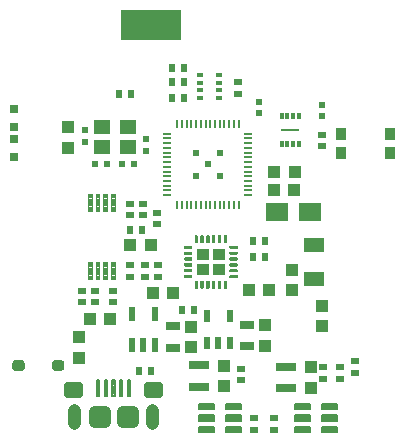
<source format=gtp>
G04 EAGLE Gerber RS-274X export*
G75*
%MOMM*%
%FSLAX34Y34*%
%LPD*%
%INSolderpaste Top*%
%IPPOS*%
%AMOC8*
5,1,8,0,0,1.08239X$1,22.5*%
G01*
%ADD10R,5.080000X2.540000*%
%ADD11R,1.080000X1.050000*%
%ADD12R,0.600000X0.600000*%
%ADD13R,1.050000X1.080000*%
%ADD14R,1.950000X1.500000*%
%ADD15R,1.100000X1.000000*%
%ADD16R,1.200000X0.800000*%
%ADD17R,0.500000X0.350000*%
%ADD18R,0.525000X1.125000*%
%ADD19R,1.800000X0.800000*%
%ADD20R,0.700000X0.600000*%
%ADD21R,1.815300X1.164600*%
%ADD22R,0.600000X0.700000*%
%ADD23R,0.900000X1.000000*%
%ADD24C,0.147500*%
%ADD25C,0.102500*%
%ADD26R,0.550000X1.200000*%
%ADD27R,0.200000X0.650000*%
%ADD28R,0.650000X0.200000*%
%ADD29C,0.200000*%
%ADD30C,0.700000*%
%ADD31C,0.950000*%
%ADD32C,1.066800*%
%ADD33R,1.400000X1.200000*%
%ADD34R,0.800000X0.800000*%
%ADD35R,0.350000X0.490000*%
%ADD36R,1.600000X0.200000*%

G36*
X185587Y153067D02*
X185587Y153067D01*
X185582Y153074D01*
X185589Y153080D01*
X185589Y162180D01*
X185553Y162227D01*
X185546Y162222D01*
X185540Y162229D01*
X175940Y162229D01*
X175893Y162193D01*
X175898Y162186D01*
X175891Y162180D01*
X175891Y153080D01*
X175927Y153033D01*
X175934Y153038D01*
X175940Y153031D01*
X185540Y153031D01*
X185587Y153067D01*
G37*
G36*
X172087Y153067D02*
X172087Y153067D01*
X172082Y153074D01*
X172089Y153080D01*
X172089Y162180D01*
X172053Y162227D01*
X172046Y162222D01*
X172040Y162229D01*
X162440Y162229D01*
X162393Y162193D01*
X162398Y162186D01*
X162391Y162180D01*
X162391Y153080D01*
X162427Y153033D01*
X162434Y153038D01*
X162440Y153031D01*
X172040Y153031D01*
X172087Y153067D01*
G37*
G36*
X185587Y140067D02*
X185587Y140067D01*
X185582Y140074D01*
X185589Y140080D01*
X185589Y149180D01*
X185553Y149227D01*
X185546Y149222D01*
X185540Y149229D01*
X175940Y149229D01*
X175893Y149193D01*
X175898Y149186D01*
X175891Y149180D01*
X175891Y140080D01*
X175927Y140033D01*
X175934Y140038D01*
X175940Y140031D01*
X185540Y140031D01*
X185587Y140067D01*
G37*
G36*
X172087Y140067D02*
X172087Y140067D01*
X172082Y140074D01*
X172089Y140080D01*
X172089Y149180D01*
X172053Y149227D01*
X172046Y149222D01*
X172040Y149229D01*
X162440Y149229D01*
X162393Y149193D01*
X162398Y149186D01*
X162391Y149180D01*
X162391Y140080D01*
X162427Y140033D01*
X162434Y140038D01*
X162440Y140031D01*
X172040Y140031D01*
X172087Y140067D01*
G37*
G36*
X47642Y59153D02*
X47642Y59153D01*
X47644Y59151D01*
X47988Y59178D01*
X47992Y59182D01*
X47996Y59179D01*
X48332Y59260D01*
X48335Y59265D01*
X48339Y59263D01*
X48658Y59395D01*
X48661Y59400D01*
X48665Y59398D01*
X48959Y59578D01*
X48961Y59583D01*
X48965Y59583D01*
X49228Y59807D01*
X49229Y59812D01*
X49234Y59812D01*
X49458Y60075D01*
X49458Y60081D01*
X49462Y60081D01*
X49642Y60375D01*
X49641Y60381D01*
X49646Y60382D01*
X49778Y60701D01*
X49776Y60707D01*
X49780Y60708D01*
X49861Y61044D01*
X49859Y61050D01*
X49862Y61052D01*
X49889Y61396D01*
X49887Y61399D01*
X49889Y61400D01*
X49862Y65944D01*
X49857Y65951D01*
X49861Y65956D01*
X49780Y66292D01*
X49775Y66295D01*
X49778Y66299D01*
X49646Y66618D01*
X49640Y66621D01*
X49642Y66625D01*
X49462Y66919D01*
X49457Y66921D01*
X49458Y66925D01*
X49234Y67188D01*
X49228Y67189D01*
X49228Y67194D01*
X48965Y67418D01*
X48959Y67418D01*
X48959Y67422D01*
X48665Y67602D01*
X48659Y67601D01*
X48658Y67606D01*
X48339Y67738D01*
X48333Y67736D01*
X48332Y67740D01*
X47996Y67821D01*
X47991Y67819D01*
X47990Y67819D01*
X47988Y67822D01*
X47644Y67849D01*
X47641Y67848D01*
X47640Y67849D01*
X41840Y67849D01*
X41838Y67847D01*
X41836Y67849D01*
X41492Y67822D01*
X41488Y67819D01*
X41487Y67819D01*
X41484Y67821D01*
X41148Y67740D01*
X41145Y67735D01*
X41141Y67738D01*
X40822Y67606D01*
X40819Y67600D01*
X40815Y67602D01*
X40521Y67422D01*
X40519Y67417D01*
X40515Y67418D01*
X40252Y67194D01*
X40251Y67188D01*
X40247Y67188D01*
X40023Y66925D01*
X40022Y66919D01*
X40018Y66919D01*
X39838Y66625D01*
X39839Y66619D01*
X39835Y66618D01*
X39703Y66299D01*
X39704Y66293D01*
X39700Y66292D01*
X39619Y65956D01*
X39621Y65950D01*
X39618Y65948D01*
X39591Y65604D01*
X39593Y65601D01*
X39591Y65600D01*
X39618Y61056D01*
X39623Y61049D01*
X39619Y61044D01*
X39700Y60708D01*
X39705Y60705D01*
X39703Y60701D01*
X39835Y60382D01*
X39840Y60379D01*
X39838Y60375D01*
X40018Y60081D01*
X40023Y60079D01*
X40023Y60075D01*
X40247Y59812D01*
X40252Y59811D01*
X40252Y59807D01*
X40515Y59583D01*
X40521Y59582D01*
X40521Y59578D01*
X40815Y59398D01*
X40821Y59399D01*
X40822Y59395D01*
X41141Y59263D01*
X41147Y59264D01*
X41148Y59260D01*
X41484Y59179D01*
X41490Y59181D01*
X41492Y59178D01*
X41836Y59151D01*
X41839Y59153D01*
X41840Y59151D01*
X47640Y59151D01*
X47642Y59153D01*
G37*
G36*
X14042Y59153D02*
X14042Y59153D01*
X14044Y59151D01*
X14388Y59178D01*
X14392Y59182D01*
X14396Y59179D01*
X14732Y59260D01*
X14735Y59265D01*
X14739Y59263D01*
X15058Y59395D01*
X15061Y59400D01*
X15065Y59398D01*
X15359Y59578D01*
X15361Y59583D01*
X15365Y59583D01*
X15628Y59807D01*
X15629Y59812D01*
X15634Y59812D01*
X15858Y60075D01*
X15858Y60081D01*
X15862Y60081D01*
X16042Y60375D01*
X16041Y60381D01*
X16046Y60382D01*
X16178Y60701D01*
X16176Y60707D01*
X16180Y60708D01*
X16261Y61044D01*
X16259Y61050D01*
X16262Y61052D01*
X16289Y61396D01*
X16287Y61399D01*
X16289Y61400D01*
X16262Y65944D01*
X16257Y65951D01*
X16261Y65956D01*
X16180Y66292D01*
X16175Y66295D01*
X16178Y66299D01*
X16046Y66618D01*
X16040Y66621D01*
X16042Y66625D01*
X15862Y66919D01*
X15857Y66921D01*
X15858Y66925D01*
X15634Y67188D01*
X15628Y67189D01*
X15628Y67194D01*
X15365Y67418D01*
X15359Y67418D01*
X15359Y67422D01*
X15065Y67602D01*
X15059Y67601D01*
X15058Y67606D01*
X14739Y67738D01*
X14733Y67736D01*
X14732Y67740D01*
X14396Y67821D01*
X14391Y67819D01*
X14390Y67819D01*
X14388Y67822D01*
X14044Y67849D01*
X14041Y67848D01*
X14040Y67849D01*
X8240Y67849D01*
X8238Y67847D01*
X8236Y67849D01*
X7892Y67822D01*
X7888Y67819D01*
X7887Y67819D01*
X7884Y67821D01*
X7548Y67740D01*
X7545Y67735D01*
X7541Y67738D01*
X7222Y67606D01*
X7219Y67600D01*
X7215Y67602D01*
X6921Y67422D01*
X6919Y67417D01*
X6915Y67418D01*
X6652Y67194D01*
X6651Y67188D01*
X6647Y67188D01*
X6423Y66925D01*
X6422Y66919D01*
X6418Y66919D01*
X6238Y66625D01*
X6239Y66619D01*
X6235Y66618D01*
X6103Y66299D01*
X6104Y66293D01*
X6100Y66292D01*
X6019Y65956D01*
X6021Y65950D01*
X6018Y65948D01*
X5991Y65604D01*
X5993Y65601D01*
X5991Y65600D01*
X6018Y61056D01*
X6023Y61049D01*
X6019Y61044D01*
X6100Y60708D01*
X6105Y60705D01*
X6103Y60701D01*
X6235Y60382D01*
X6240Y60379D01*
X6238Y60375D01*
X6418Y60081D01*
X6423Y60079D01*
X6423Y60075D01*
X6647Y59812D01*
X6652Y59811D01*
X6652Y59807D01*
X6915Y59583D01*
X6921Y59582D01*
X6921Y59578D01*
X7215Y59398D01*
X7221Y59399D01*
X7222Y59395D01*
X7541Y59263D01*
X7547Y59264D01*
X7548Y59260D01*
X7884Y59179D01*
X7890Y59181D01*
X7892Y59178D01*
X8236Y59151D01*
X8239Y59153D01*
X8240Y59151D01*
X14040Y59151D01*
X14042Y59153D01*
G37*
G36*
X195943Y162283D02*
X195943Y162283D01*
X195944Y162281D01*
X196054Y162290D01*
X196058Y162294D01*
X196061Y162291D01*
X196167Y162316D01*
X196171Y162321D01*
X196175Y162318D01*
X196277Y162360D01*
X196280Y162366D01*
X196284Y162364D01*
X196377Y162422D01*
X196379Y162427D01*
X196383Y162426D01*
X196467Y162497D01*
X196468Y162503D01*
X196473Y162503D01*
X196544Y162587D01*
X196544Y162593D01*
X196548Y162593D01*
X196606Y162686D01*
X196605Y162692D01*
X196610Y162693D01*
X196652Y162795D01*
X196650Y162801D01*
X196654Y162803D01*
X196679Y162909D01*
X196677Y162914D01*
X196680Y162916D01*
X196689Y163026D01*
X196687Y163029D01*
X196689Y163030D01*
X196680Y164340D01*
X196675Y164347D01*
X196679Y164351D01*
X196654Y164457D01*
X196649Y164461D01*
X196652Y164465D01*
X196610Y164567D01*
X196604Y164570D01*
X196606Y164574D01*
X196548Y164667D01*
X196543Y164669D01*
X196544Y164673D01*
X196473Y164757D01*
X196467Y164758D01*
X196467Y164763D01*
X196383Y164834D01*
X196377Y164834D01*
X196377Y164838D01*
X196284Y164896D01*
X196278Y164895D01*
X196277Y164900D01*
X196175Y164942D01*
X196169Y164940D01*
X196167Y164944D01*
X196061Y164969D01*
X196056Y164967D01*
X196054Y164970D01*
X195944Y164979D01*
X195941Y164977D01*
X195940Y164979D01*
X190440Y164979D01*
X190438Y164977D01*
X190436Y164979D01*
X190326Y164970D01*
X190322Y164966D01*
X190319Y164969D01*
X190213Y164944D01*
X190209Y164939D01*
X190205Y164942D01*
X190103Y164900D01*
X190100Y164894D01*
X190096Y164896D01*
X190003Y164838D01*
X190001Y164833D01*
X189997Y164834D01*
X189913Y164763D01*
X189912Y164757D01*
X189907Y164757D01*
X189836Y164673D01*
X189836Y164667D01*
X189832Y164667D01*
X189774Y164574D01*
X189775Y164568D01*
X189770Y164567D01*
X189728Y164465D01*
X189729Y164462D01*
X189727Y164461D01*
X189729Y164459D01*
X189726Y164457D01*
X189701Y164351D01*
X189703Y164346D01*
X189700Y164344D01*
X189691Y164234D01*
X189693Y164231D01*
X189691Y164230D01*
X189700Y162920D01*
X189705Y162913D01*
X189701Y162909D01*
X189726Y162803D01*
X189731Y162799D01*
X189728Y162795D01*
X189770Y162693D01*
X189776Y162690D01*
X189774Y162686D01*
X189832Y162593D01*
X189837Y162591D01*
X189836Y162587D01*
X189907Y162503D01*
X189913Y162502D01*
X189913Y162497D01*
X189997Y162426D01*
X190003Y162426D01*
X190003Y162422D01*
X190096Y162364D01*
X190102Y162365D01*
X190103Y162360D01*
X190205Y162318D01*
X190211Y162320D01*
X190213Y162316D01*
X190319Y162291D01*
X190324Y162293D01*
X190326Y162290D01*
X190436Y162281D01*
X190439Y162283D01*
X190440Y162281D01*
X195940Y162281D01*
X195943Y162283D01*
G37*
G36*
X157543Y162283D02*
X157543Y162283D01*
X157544Y162281D01*
X157654Y162290D01*
X157658Y162294D01*
X157661Y162291D01*
X157767Y162316D01*
X157771Y162321D01*
X157775Y162318D01*
X157877Y162360D01*
X157880Y162366D01*
X157884Y162364D01*
X157977Y162422D01*
X157979Y162427D01*
X157983Y162426D01*
X158067Y162497D01*
X158068Y162503D01*
X158073Y162503D01*
X158144Y162587D01*
X158144Y162593D01*
X158148Y162593D01*
X158206Y162686D01*
X158205Y162692D01*
X158210Y162693D01*
X158252Y162795D01*
X158250Y162801D01*
X158254Y162803D01*
X158279Y162909D01*
X158277Y162914D01*
X158280Y162916D01*
X158289Y163026D01*
X158287Y163029D01*
X158289Y163030D01*
X158280Y164340D01*
X158275Y164347D01*
X158279Y164351D01*
X158254Y164457D01*
X158249Y164461D01*
X158252Y164465D01*
X158210Y164567D01*
X158204Y164570D01*
X158206Y164574D01*
X158148Y164667D01*
X158143Y164669D01*
X158144Y164673D01*
X158073Y164757D01*
X158067Y164758D01*
X158067Y164763D01*
X157983Y164834D01*
X157977Y164834D01*
X157977Y164838D01*
X157884Y164896D01*
X157878Y164895D01*
X157877Y164900D01*
X157775Y164942D01*
X157769Y164940D01*
X157767Y164944D01*
X157661Y164969D01*
X157656Y164967D01*
X157654Y164970D01*
X157544Y164979D01*
X157541Y164977D01*
X157540Y164979D01*
X152040Y164979D01*
X152038Y164977D01*
X152036Y164979D01*
X151926Y164970D01*
X151922Y164966D01*
X151919Y164969D01*
X151813Y164944D01*
X151809Y164939D01*
X151805Y164942D01*
X151703Y164900D01*
X151700Y164894D01*
X151696Y164896D01*
X151603Y164838D01*
X151601Y164833D01*
X151597Y164834D01*
X151513Y164763D01*
X151512Y164757D01*
X151507Y164757D01*
X151436Y164673D01*
X151436Y164667D01*
X151432Y164667D01*
X151374Y164574D01*
X151375Y164568D01*
X151370Y164567D01*
X151328Y164465D01*
X151329Y164462D01*
X151327Y164461D01*
X151329Y164459D01*
X151326Y164457D01*
X151301Y164351D01*
X151303Y164346D01*
X151300Y164344D01*
X151291Y164234D01*
X151293Y164231D01*
X151291Y164230D01*
X151300Y162920D01*
X151305Y162913D01*
X151301Y162909D01*
X151326Y162803D01*
X151331Y162799D01*
X151328Y162795D01*
X151370Y162693D01*
X151376Y162690D01*
X151374Y162686D01*
X151432Y162593D01*
X151437Y162591D01*
X151436Y162587D01*
X151507Y162503D01*
X151513Y162502D01*
X151513Y162497D01*
X151597Y162426D01*
X151603Y162426D01*
X151603Y162422D01*
X151696Y162364D01*
X151702Y162365D01*
X151703Y162360D01*
X151805Y162318D01*
X151811Y162320D01*
X151813Y162316D01*
X151919Y162291D01*
X151924Y162293D01*
X151926Y162290D01*
X152036Y162281D01*
X152039Y162283D01*
X152040Y162281D01*
X157540Y162281D01*
X157543Y162283D01*
G37*
G36*
X157543Y157283D02*
X157543Y157283D01*
X157544Y157281D01*
X157654Y157290D01*
X157658Y157294D01*
X157661Y157291D01*
X157767Y157316D01*
X157771Y157321D01*
X157775Y157318D01*
X157877Y157360D01*
X157880Y157366D01*
X157884Y157364D01*
X157977Y157422D01*
X157979Y157427D01*
X157983Y157426D01*
X158067Y157497D01*
X158068Y157503D01*
X158073Y157503D01*
X158144Y157587D01*
X158144Y157593D01*
X158148Y157593D01*
X158206Y157686D01*
X158205Y157692D01*
X158210Y157693D01*
X158252Y157795D01*
X158250Y157801D01*
X158254Y157803D01*
X158279Y157909D01*
X158277Y157914D01*
X158280Y157916D01*
X158289Y158026D01*
X158287Y158029D01*
X158289Y158030D01*
X158280Y159340D01*
X158275Y159347D01*
X158279Y159351D01*
X158254Y159457D01*
X158249Y159461D01*
X158252Y159465D01*
X158210Y159567D01*
X158204Y159570D01*
X158206Y159574D01*
X158148Y159667D01*
X158143Y159669D01*
X158144Y159673D01*
X158073Y159757D01*
X158067Y159758D01*
X158067Y159763D01*
X157983Y159834D01*
X157977Y159834D01*
X157977Y159838D01*
X157884Y159896D01*
X157878Y159895D01*
X157877Y159900D01*
X157775Y159942D01*
X157769Y159940D01*
X157767Y159944D01*
X157661Y159969D01*
X157656Y159967D01*
X157654Y159970D01*
X157544Y159979D01*
X157541Y159977D01*
X157540Y159979D01*
X152040Y159979D01*
X152038Y159977D01*
X152036Y159979D01*
X151926Y159970D01*
X151922Y159966D01*
X151919Y159969D01*
X151813Y159944D01*
X151809Y159939D01*
X151805Y159942D01*
X151703Y159900D01*
X151700Y159894D01*
X151696Y159896D01*
X151603Y159838D01*
X151601Y159833D01*
X151597Y159834D01*
X151513Y159763D01*
X151512Y159757D01*
X151507Y159757D01*
X151436Y159673D01*
X151436Y159667D01*
X151432Y159667D01*
X151374Y159574D01*
X151375Y159568D01*
X151370Y159567D01*
X151328Y159465D01*
X151329Y159462D01*
X151327Y159461D01*
X151329Y159459D01*
X151326Y159457D01*
X151301Y159351D01*
X151303Y159346D01*
X151300Y159344D01*
X151291Y159234D01*
X151293Y159231D01*
X151291Y159230D01*
X151300Y157920D01*
X151305Y157913D01*
X151301Y157909D01*
X151326Y157803D01*
X151331Y157799D01*
X151328Y157795D01*
X151370Y157693D01*
X151376Y157690D01*
X151374Y157686D01*
X151432Y157593D01*
X151437Y157591D01*
X151436Y157587D01*
X151507Y157503D01*
X151513Y157502D01*
X151513Y157497D01*
X151597Y157426D01*
X151603Y157426D01*
X151603Y157422D01*
X151696Y157364D01*
X151702Y157365D01*
X151703Y157360D01*
X151805Y157318D01*
X151811Y157320D01*
X151813Y157316D01*
X151919Y157291D01*
X151924Y157293D01*
X151926Y157290D01*
X152036Y157281D01*
X152039Y157283D01*
X152040Y157281D01*
X157540Y157281D01*
X157543Y157283D01*
G37*
G36*
X195943Y157283D02*
X195943Y157283D01*
X195944Y157281D01*
X196054Y157290D01*
X196058Y157294D01*
X196061Y157291D01*
X196167Y157316D01*
X196171Y157321D01*
X196175Y157318D01*
X196277Y157360D01*
X196280Y157366D01*
X196284Y157364D01*
X196377Y157422D01*
X196379Y157427D01*
X196383Y157426D01*
X196467Y157497D01*
X196468Y157503D01*
X196473Y157503D01*
X196544Y157587D01*
X196544Y157593D01*
X196548Y157593D01*
X196606Y157686D01*
X196605Y157692D01*
X196610Y157693D01*
X196652Y157795D01*
X196650Y157801D01*
X196654Y157803D01*
X196679Y157909D01*
X196677Y157914D01*
X196680Y157916D01*
X196689Y158026D01*
X196687Y158029D01*
X196689Y158030D01*
X196680Y159340D01*
X196675Y159347D01*
X196679Y159351D01*
X196654Y159457D01*
X196649Y159461D01*
X196652Y159465D01*
X196610Y159567D01*
X196604Y159570D01*
X196606Y159574D01*
X196548Y159667D01*
X196543Y159669D01*
X196544Y159673D01*
X196473Y159757D01*
X196467Y159758D01*
X196467Y159763D01*
X196383Y159834D01*
X196377Y159834D01*
X196377Y159838D01*
X196284Y159896D01*
X196278Y159895D01*
X196277Y159900D01*
X196175Y159942D01*
X196169Y159940D01*
X196167Y159944D01*
X196061Y159969D01*
X196056Y159967D01*
X196054Y159970D01*
X195944Y159979D01*
X195941Y159977D01*
X195940Y159979D01*
X190440Y159979D01*
X190438Y159977D01*
X190436Y159979D01*
X190326Y159970D01*
X190322Y159966D01*
X190319Y159969D01*
X190213Y159944D01*
X190209Y159939D01*
X190205Y159942D01*
X190103Y159900D01*
X190100Y159894D01*
X190096Y159896D01*
X190003Y159838D01*
X190001Y159833D01*
X189997Y159834D01*
X189913Y159763D01*
X189912Y159757D01*
X189907Y159757D01*
X189836Y159673D01*
X189836Y159667D01*
X189832Y159667D01*
X189774Y159574D01*
X189775Y159568D01*
X189770Y159567D01*
X189728Y159465D01*
X189729Y159462D01*
X189727Y159461D01*
X189729Y159459D01*
X189726Y159457D01*
X189701Y159351D01*
X189703Y159346D01*
X189700Y159344D01*
X189691Y159234D01*
X189693Y159231D01*
X189691Y159230D01*
X189700Y157920D01*
X189705Y157913D01*
X189701Y157909D01*
X189726Y157803D01*
X189731Y157799D01*
X189728Y157795D01*
X189770Y157693D01*
X189776Y157690D01*
X189774Y157686D01*
X189832Y157593D01*
X189837Y157591D01*
X189836Y157587D01*
X189907Y157503D01*
X189913Y157502D01*
X189913Y157497D01*
X189997Y157426D01*
X190003Y157426D01*
X190003Y157422D01*
X190096Y157364D01*
X190102Y157365D01*
X190103Y157360D01*
X190205Y157318D01*
X190211Y157320D01*
X190213Y157316D01*
X190319Y157291D01*
X190324Y157293D01*
X190326Y157290D01*
X190436Y157281D01*
X190439Y157283D01*
X190440Y157281D01*
X195940Y157281D01*
X195943Y157283D01*
G37*
G36*
X195943Y152283D02*
X195943Y152283D01*
X195944Y152281D01*
X196054Y152290D01*
X196058Y152294D01*
X196061Y152291D01*
X196167Y152316D01*
X196171Y152321D01*
X196175Y152318D01*
X196277Y152360D01*
X196280Y152366D01*
X196284Y152364D01*
X196377Y152422D01*
X196379Y152427D01*
X196383Y152426D01*
X196467Y152497D01*
X196468Y152503D01*
X196473Y152503D01*
X196544Y152587D01*
X196544Y152593D01*
X196548Y152593D01*
X196606Y152686D01*
X196605Y152692D01*
X196610Y152693D01*
X196652Y152795D01*
X196650Y152801D01*
X196654Y152803D01*
X196679Y152909D01*
X196677Y152914D01*
X196680Y152916D01*
X196689Y153026D01*
X196687Y153029D01*
X196689Y153030D01*
X196680Y154340D01*
X196675Y154347D01*
X196679Y154351D01*
X196654Y154457D01*
X196649Y154461D01*
X196652Y154465D01*
X196610Y154567D01*
X196604Y154570D01*
X196606Y154574D01*
X196548Y154667D01*
X196543Y154669D01*
X196544Y154673D01*
X196473Y154757D01*
X196467Y154758D01*
X196467Y154763D01*
X196383Y154834D01*
X196377Y154834D01*
X196377Y154838D01*
X196284Y154896D01*
X196278Y154895D01*
X196277Y154900D01*
X196175Y154942D01*
X196169Y154940D01*
X196167Y154944D01*
X196061Y154969D01*
X196056Y154967D01*
X196054Y154970D01*
X195944Y154979D01*
X195941Y154977D01*
X195940Y154979D01*
X190440Y154979D01*
X190438Y154977D01*
X190436Y154979D01*
X190326Y154970D01*
X190322Y154966D01*
X190319Y154969D01*
X190213Y154944D01*
X190209Y154939D01*
X190205Y154942D01*
X190103Y154900D01*
X190100Y154894D01*
X190096Y154896D01*
X190003Y154838D01*
X190001Y154833D01*
X189997Y154834D01*
X189913Y154763D01*
X189912Y154757D01*
X189907Y154757D01*
X189836Y154673D01*
X189836Y154667D01*
X189832Y154667D01*
X189774Y154574D01*
X189775Y154568D01*
X189770Y154567D01*
X189728Y154465D01*
X189729Y154462D01*
X189727Y154461D01*
X189729Y154459D01*
X189726Y154457D01*
X189701Y154351D01*
X189703Y154346D01*
X189700Y154344D01*
X189691Y154234D01*
X189693Y154231D01*
X189691Y154230D01*
X189700Y152920D01*
X189705Y152913D01*
X189701Y152909D01*
X189726Y152803D01*
X189731Y152799D01*
X189728Y152795D01*
X189770Y152693D01*
X189776Y152690D01*
X189774Y152686D01*
X189832Y152593D01*
X189837Y152591D01*
X189836Y152587D01*
X189907Y152503D01*
X189913Y152502D01*
X189913Y152497D01*
X189997Y152426D01*
X190003Y152426D01*
X190003Y152422D01*
X190096Y152364D01*
X190102Y152365D01*
X190103Y152360D01*
X190205Y152318D01*
X190211Y152320D01*
X190213Y152316D01*
X190319Y152291D01*
X190324Y152293D01*
X190326Y152290D01*
X190436Y152281D01*
X190439Y152283D01*
X190440Y152281D01*
X195940Y152281D01*
X195943Y152283D01*
G37*
G36*
X157543Y152283D02*
X157543Y152283D01*
X157544Y152281D01*
X157654Y152290D01*
X157658Y152294D01*
X157661Y152291D01*
X157767Y152316D01*
X157771Y152321D01*
X157775Y152318D01*
X157877Y152360D01*
X157880Y152366D01*
X157884Y152364D01*
X157977Y152422D01*
X157979Y152427D01*
X157983Y152426D01*
X158067Y152497D01*
X158068Y152503D01*
X158073Y152503D01*
X158144Y152587D01*
X158144Y152593D01*
X158148Y152593D01*
X158206Y152686D01*
X158205Y152692D01*
X158210Y152693D01*
X158252Y152795D01*
X158250Y152801D01*
X158254Y152803D01*
X158279Y152909D01*
X158277Y152914D01*
X158280Y152916D01*
X158289Y153026D01*
X158287Y153029D01*
X158289Y153030D01*
X158280Y154340D01*
X158275Y154347D01*
X158279Y154351D01*
X158254Y154457D01*
X158249Y154461D01*
X158252Y154465D01*
X158210Y154567D01*
X158204Y154570D01*
X158206Y154574D01*
X158148Y154667D01*
X158143Y154669D01*
X158144Y154673D01*
X158073Y154757D01*
X158067Y154758D01*
X158067Y154763D01*
X157983Y154834D01*
X157977Y154834D01*
X157977Y154838D01*
X157884Y154896D01*
X157878Y154895D01*
X157877Y154900D01*
X157775Y154942D01*
X157769Y154940D01*
X157767Y154944D01*
X157661Y154969D01*
X157656Y154967D01*
X157654Y154970D01*
X157544Y154979D01*
X157541Y154977D01*
X157540Y154979D01*
X152040Y154979D01*
X152038Y154977D01*
X152036Y154979D01*
X151926Y154970D01*
X151922Y154966D01*
X151919Y154969D01*
X151813Y154944D01*
X151809Y154939D01*
X151805Y154942D01*
X151703Y154900D01*
X151700Y154894D01*
X151696Y154896D01*
X151603Y154838D01*
X151601Y154833D01*
X151597Y154834D01*
X151513Y154763D01*
X151512Y154757D01*
X151507Y154757D01*
X151436Y154673D01*
X151436Y154667D01*
X151432Y154667D01*
X151374Y154574D01*
X151375Y154568D01*
X151370Y154567D01*
X151328Y154465D01*
X151329Y154462D01*
X151327Y154461D01*
X151329Y154459D01*
X151326Y154457D01*
X151301Y154351D01*
X151303Y154346D01*
X151300Y154344D01*
X151291Y154234D01*
X151293Y154231D01*
X151291Y154230D01*
X151300Y152920D01*
X151305Y152913D01*
X151301Y152909D01*
X151326Y152803D01*
X151331Y152799D01*
X151328Y152795D01*
X151370Y152693D01*
X151376Y152690D01*
X151374Y152686D01*
X151432Y152593D01*
X151437Y152591D01*
X151436Y152587D01*
X151507Y152503D01*
X151513Y152502D01*
X151513Y152497D01*
X151597Y152426D01*
X151603Y152426D01*
X151603Y152422D01*
X151696Y152364D01*
X151702Y152365D01*
X151703Y152360D01*
X151805Y152318D01*
X151811Y152320D01*
X151813Y152316D01*
X151919Y152291D01*
X151924Y152293D01*
X151926Y152290D01*
X152036Y152281D01*
X152039Y152283D01*
X152040Y152281D01*
X157540Y152281D01*
X157543Y152283D01*
G37*
G36*
X195943Y147283D02*
X195943Y147283D01*
X195944Y147281D01*
X196054Y147290D01*
X196058Y147294D01*
X196061Y147291D01*
X196167Y147316D01*
X196171Y147321D01*
X196175Y147318D01*
X196277Y147360D01*
X196280Y147366D01*
X196284Y147364D01*
X196377Y147422D01*
X196379Y147427D01*
X196383Y147426D01*
X196467Y147497D01*
X196468Y147503D01*
X196473Y147503D01*
X196544Y147587D01*
X196544Y147593D01*
X196548Y147593D01*
X196606Y147686D01*
X196605Y147692D01*
X196610Y147693D01*
X196652Y147795D01*
X196650Y147801D01*
X196654Y147803D01*
X196679Y147909D01*
X196677Y147914D01*
X196680Y147916D01*
X196689Y148026D01*
X196687Y148029D01*
X196689Y148030D01*
X196680Y149340D01*
X196675Y149347D01*
X196679Y149351D01*
X196654Y149457D01*
X196649Y149461D01*
X196652Y149465D01*
X196610Y149567D01*
X196604Y149570D01*
X196606Y149574D01*
X196548Y149667D01*
X196543Y149669D01*
X196544Y149673D01*
X196473Y149757D01*
X196467Y149758D01*
X196467Y149763D01*
X196383Y149834D01*
X196377Y149834D01*
X196377Y149838D01*
X196284Y149896D01*
X196278Y149895D01*
X196277Y149900D01*
X196175Y149942D01*
X196169Y149940D01*
X196167Y149944D01*
X196061Y149969D01*
X196056Y149967D01*
X196054Y149970D01*
X195944Y149979D01*
X195941Y149977D01*
X195940Y149979D01*
X190440Y149979D01*
X190438Y149977D01*
X190436Y149979D01*
X190326Y149970D01*
X190322Y149966D01*
X190319Y149969D01*
X190213Y149944D01*
X190209Y149939D01*
X190205Y149942D01*
X190103Y149900D01*
X190100Y149894D01*
X190096Y149896D01*
X190003Y149838D01*
X190001Y149833D01*
X189997Y149834D01*
X189913Y149763D01*
X189912Y149757D01*
X189907Y149757D01*
X189836Y149673D01*
X189836Y149667D01*
X189832Y149667D01*
X189774Y149574D01*
X189775Y149568D01*
X189770Y149567D01*
X189728Y149465D01*
X189729Y149462D01*
X189727Y149461D01*
X189729Y149459D01*
X189726Y149457D01*
X189701Y149351D01*
X189703Y149346D01*
X189700Y149344D01*
X189691Y149234D01*
X189693Y149231D01*
X189691Y149230D01*
X189700Y147920D01*
X189705Y147913D01*
X189701Y147909D01*
X189726Y147803D01*
X189731Y147799D01*
X189728Y147795D01*
X189770Y147693D01*
X189776Y147690D01*
X189774Y147686D01*
X189832Y147593D01*
X189837Y147591D01*
X189836Y147587D01*
X189907Y147503D01*
X189913Y147502D01*
X189913Y147497D01*
X189997Y147426D01*
X190003Y147426D01*
X190003Y147422D01*
X190096Y147364D01*
X190102Y147365D01*
X190103Y147360D01*
X190205Y147318D01*
X190211Y147320D01*
X190213Y147316D01*
X190319Y147291D01*
X190324Y147293D01*
X190326Y147290D01*
X190436Y147281D01*
X190439Y147283D01*
X190440Y147281D01*
X195940Y147281D01*
X195943Y147283D01*
G37*
G36*
X157543Y147283D02*
X157543Y147283D01*
X157544Y147281D01*
X157654Y147290D01*
X157658Y147294D01*
X157661Y147291D01*
X157767Y147316D01*
X157771Y147321D01*
X157775Y147318D01*
X157877Y147360D01*
X157880Y147366D01*
X157884Y147364D01*
X157977Y147422D01*
X157979Y147427D01*
X157983Y147426D01*
X158067Y147497D01*
X158068Y147503D01*
X158073Y147503D01*
X158144Y147587D01*
X158144Y147593D01*
X158148Y147593D01*
X158206Y147686D01*
X158205Y147692D01*
X158210Y147693D01*
X158252Y147795D01*
X158250Y147801D01*
X158254Y147803D01*
X158279Y147909D01*
X158277Y147914D01*
X158280Y147916D01*
X158289Y148026D01*
X158287Y148029D01*
X158289Y148030D01*
X158280Y149340D01*
X158275Y149347D01*
X158279Y149351D01*
X158254Y149457D01*
X158249Y149461D01*
X158252Y149465D01*
X158210Y149567D01*
X158204Y149570D01*
X158206Y149574D01*
X158148Y149667D01*
X158143Y149669D01*
X158144Y149673D01*
X158073Y149757D01*
X158067Y149758D01*
X158067Y149763D01*
X157983Y149834D01*
X157977Y149834D01*
X157977Y149838D01*
X157884Y149896D01*
X157878Y149895D01*
X157877Y149900D01*
X157775Y149942D01*
X157769Y149940D01*
X157767Y149944D01*
X157661Y149969D01*
X157656Y149967D01*
X157654Y149970D01*
X157544Y149979D01*
X157541Y149977D01*
X157540Y149979D01*
X152040Y149979D01*
X152038Y149977D01*
X152036Y149979D01*
X151926Y149970D01*
X151922Y149966D01*
X151919Y149969D01*
X151813Y149944D01*
X151809Y149939D01*
X151805Y149942D01*
X151703Y149900D01*
X151700Y149894D01*
X151696Y149896D01*
X151603Y149838D01*
X151601Y149833D01*
X151597Y149834D01*
X151513Y149763D01*
X151512Y149757D01*
X151507Y149757D01*
X151436Y149673D01*
X151436Y149667D01*
X151432Y149667D01*
X151374Y149574D01*
X151375Y149568D01*
X151370Y149567D01*
X151328Y149465D01*
X151329Y149462D01*
X151327Y149461D01*
X151329Y149459D01*
X151326Y149457D01*
X151301Y149351D01*
X151303Y149346D01*
X151300Y149344D01*
X151291Y149234D01*
X151293Y149231D01*
X151291Y149230D01*
X151300Y147920D01*
X151305Y147913D01*
X151301Y147909D01*
X151326Y147803D01*
X151331Y147799D01*
X151328Y147795D01*
X151370Y147693D01*
X151376Y147690D01*
X151374Y147686D01*
X151432Y147593D01*
X151437Y147591D01*
X151436Y147587D01*
X151507Y147503D01*
X151513Y147502D01*
X151513Y147497D01*
X151597Y147426D01*
X151603Y147426D01*
X151603Y147422D01*
X151696Y147364D01*
X151702Y147365D01*
X151703Y147360D01*
X151805Y147318D01*
X151811Y147320D01*
X151813Y147316D01*
X151919Y147291D01*
X151924Y147293D01*
X151926Y147290D01*
X152036Y147281D01*
X152039Y147283D01*
X152040Y147281D01*
X157540Y147281D01*
X157543Y147283D01*
G37*
G36*
X157543Y142283D02*
X157543Y142283D01*
X157544Y142281D01*
X157654Y142290D01*
X157658Y142294D01*
X157661Y142291D01*
X157767Y142316D01*
X157771Y142321D01*
X157775Y142318D01*
X157877Y142360D01*
X157880Y142366D01*
X157884Y142364D01*
X157977Y142422D01*
X157979Y142427D01*
X157983Y142426D01*
X158067Y142497D01*
X158068Y142503D01*
X158073Y142503D01*
X158144Y142587D01*
X158144Y142593D01*
X158148Y142593D01*
X158206Y142686D01*
X158205Y142692D01*
X158210Y142693D01*
X158252Y142795D01*
X158250Y142801D01*
X158254Y142803D01*
X158279Y142909D01*
X158277Y142914D01*
X158280Y142916D01*
X158289Y143026D01*
X158287Y143029D01*
X158289Y143030D01*
X158280Y144340D01*
X158275Y144347D01*
X158279Y144351D01*
X158254Y144457D01*
X158249Y144461D01*
X158252Y144465D01*
X158210Y144567D01*
X158204Y144570D01*
X158206Y144574D01*
X158148Y144667D01*
X158143Y144669D01*
X158144Y144673D01*
X158073Y144757D01*
X158067Y144758D01*
X158067Y144763D01*
X157983Y144834D01*
X157977Y144834D01*
X157977Y144838D01*
X157884Y144896D01*
X157878Y144895D01*
X157877Y144900D01*
X157775Y144942D01*
X157769Y144940D01*
X157767Y144944D01*
X157661Y144969D01*
X157656Y144967D01*
X157654Y144970D01*
X157544Y144979D01*
X157541Y144977D01*
X157540Y144979D01*
X152040Y144979D01*
X152038Y144977D01*
X152036Y144979D01*
X151926Y144970D01*
X151922Y144966D01*
X151919Y144969D01*
X151813Y144944D01*
X151809Y144939D01*
X151805Y144942D01*
X151703Y144900D01*
X151700Y144894D01*
X151696Y144896D01*
X151603Y144838D01*
X151601Y144833D01*
X151597Y144834D01*
X151513Y144763D01*
X151512Y144757D01*
X151507Y144757D01*
X151436Y144673D01*
X151436Y144667D01*
X151432Y144667D01*
X151374Y144574D01*
X151375Y144568D01*
X151370Y144567D01*
X151328Y144465D01*
X151329Y144462D01*
X151327Y144461D01*
X151329Y144459D01*
X151326Y144457D01*
X151301Y144351D01*
X151303Y144346D01*
X151300Y144344D01*
X151291Y144234D01*
X151293Y144231D01*
X151291Y144230D01*
X151300Y142920D01*
X151305Y142913D01*
X151301Y142909D01*
X151326Y142803D01*
X151331Y142799D01*
X151328Y142795D01*
X151370Y142693D01*
X151376Y142690D01*
X151374Y142686D01*
X151432Y142593D01*
X151437Y142591D01*
X151436Y142587D01*
X151507Y142503D01*
X151513Y142502D01*
X151513Y142497D01*
X151597Y142426D01*
X151603Y142426D01*
X151603Y142422D01*
X151696Y142364D01*
X151702Y142365D01*
X151703Y142360D01*
X151805Y142318D01*
X151811Y142320D01*
X151813Y142316D01*
X151919Y142291D01*
X151924Y142293D01*
X151926Y142290D01*
X152036Y142281D01*
X152039Y142283D01*
X152040Y142281D01*
X157540Y142281D01*
X157543Y142283D01*
G37*
G36*
X195943Y142283D02*
X195943Y142283D01*
X195944Y142281D01*
X196054Y142290D01*
X196058Y142294D01*
X196061Y142291D01*
X196167Y142316D01*
X196171Y142321D01*
X196175Y142318D01*
X196277Y142360D01*
X196280Y142366D01*
X196284Y142364D01*
X196377Y142422D01*
X196379Y142427D01*
X196383Y142426D01*
X196467Y142497D01*
X196468Y142503D01*
X196473Y142503D01*
X196544Y142587D01*
X196544Y142593D01*
X196548Y142593D01*
X196606Y142686D01*
X196605Y142692D01*
X196610Y142693D01*
X196652Y142795D01*
X196650Y142801D01*
X196654Y142803D01*
X196679Y142909D01*
X196677Y142914D01*
X196680Y142916D01*
X196689Y143026D01*
X196687Y143029D01*
X196689Y143030D01*
X196680Y144340D01*
X196675Y144347D01*
X196679Y144351D01*
X196654Y144457D01*
X196649Y144461D01*
X196652Y144465D01*
X196610Y144567D01*
X196604Y144570D01*
X196606Y144574D01*
X196548Y144667D01*
X196543Y144669D01*
X196544Y144673D01*
X196473Y144757D01*
X196467Y144758D01*
X196467Y144763D01*
X196383Y144834D01*
X196377Y144834D01*
X196377Y144838D01*
X196284Y144896D01*
X196278Y144895D01*
X196277Y144900D01*
X196175Y144942D01*
X196169Y144940D01*
X196167Y144944D01*
X196061Y144969D01*
X196056Y144967D01*
X196054Y144970D01*
X195944Y144979D01*
X195941Y144977D01*
X195940Y144979D01*
X190440Y144979D01*
X190438Y144977D01*
X190436Y144979D01*
X190326Y144970D01*
X190322Y144966D01*
X190319Y144969D01*
X190213Y144944D01*
X190209Y144939D01*
X190205Y144942D01*
X190103Y144900D01*
X190100Y144894D01*
X190096Y144896D01*
X190003Y144838D01*
X190001Y144833D01*
X189997Y144834D01*
X189913Y144763D01*
X189912Y144757D01*
X189907Y144757D01*
X189836Y144673D01*
X189836Y144667D01*
X189832Y144667D01*
X189774Y144574D01*
X189775Y144568D01*
X189770Y144567D01*
X189728Y144465D01*
X189729Y144462D01*
X189727Y144461D01*
X189729Y144459D01*
X189726Y144457D01*
X189701Y144351D01*
X189703Y144346D01*
X189700Y144344D01*
X189691Y144234D01*
X189693Y144231D01*
X189691Y144230D01*
X189700Y142920D01*
X189705Y142913D01*
X189701Y142909D01*
X189726Y142803D01*
X189731Y142799D01*
X189728Y142795D01*
X189770Y142693D01*
X189776Y142690D01*
X189774Y142686D01*
X189832Y142593D01*
X189837Y142591D01*
X189836Y142587D01*
X189907Y142503D01*
X189913Y142502D01*
X189913Y142497D01*
X189997Y142426D01*
X190003Y142426D01*
X190003Y142422D01*
X190096Y142364D01*
X190102Y142365D01*
X190103Y142360D01*
X190205Y142318D01*
X190211Y142320D01*
X190213Y142316D01*
X190319Y142291D01*
X190324Y142293D01*
X190326Y142290D01*
X190436Y142281D01*
X190439Y142283D01*
X190440Y142281D01*
X195940Y142281D01*
X195943Y142283D01*
G37*
G36*
X195943Y137283D02*
X195943Y137283D01*
X195944Y137281D01*
X196054Y137290D01*
X196058Y137294D01*
X196061Y137291D01*
X196167Y137316D01*
X196171Y137321D01*
X196175Y137318D01*
X196277Y137360D01*
X196280Y137366D01*
X196284Y137364D01*
X196377Y137422D01*
X196379Y137427D01*
X196383Y137426D01*
X196467Y137497D01*
X196468Y137503D01*
X196473Y137503D01*
X196544Y137587D01*
X196544Y137593D01*
X196548Y137593D01*
X196606Y137686D01*
X196605Y137692D01*
X196610Y137693D01*
X196652Y137795D01*
X196650Y137801D01*
X196654Y137803D01*
X196679Y137909D01*
X196677Y137914D01*
X196680Y137916D01*
X196689Y138026D01*
X196687Y138029D01*
X196689Y138030D01*
X196680Y139340D01*
X196675Y139347D01*
X196679Y139351D01*
X196654Y139457D01*
X196649Y139461D01*
X196652Y139465D01*
X196610Y139567D01*
X196604Y139570D01*
X196606Y139574D01*
X196548Y139667D01*
X196543Y139669D01*
X196544Y139673D01*
X196473Y139757D01*
X196467Y139758D01*
X196467Y139763D01*
X196383Y139834D01*
X196377Y139834D01*
X196377Y139838D01*
X196284Y139896D01*
X196278Y139895D01*
X196277Y139900D01*
X196175Y139942D01*
X196169Y139940D01*
X196167Y139944D01*
X196061Y139969D01*
X196056Y139967D01*
X196054Y139970D01*
X195944Y139979D01*
X195941Y139977D01*
X195940Y139979D01*
X190440Y139979D01*
X190438Y139977D01*
X190436Y139979D01*
X190326Y139970D01*
X190322Y139966D01*
X190319Y139969D01*
X190213Y139944D01*
X190209Y139939D01*
X190205Y139942D01*
X190103Y139900D01*
X190100Y139894D01*
X190096Y139896D01*
X190003Y139838D01*
X190001Y139833D01*
X189997Y139834D01*
X189913Y139763D01*
X189912Y139757D01*
X189907Y139757D01*
X189836Y139673D01*
X189836Y139667D01*
X189832Y139667D01*
X189774Y139574D01*
X189775Y139568D01*
X189770Y139567D01*
X189728Y139465D01*
X189729Y139462D01*
X189727Y139461D01*
X189729Y139459D01*
X189726Y139457D01*
X189701Y139351D01*
X189703Y139346D01*
X189700Y139344D01*
X189691Y139234D01*
X189693Y139231D01*
X189691Y139230D01*
X189700Y137920D01*
X189705Y137913D01*
X189701Y137909D01*
X189726Y137803D01*
X189731Y137799D01*
X189728Y137795D01*
X189770Y137693D01*
X189776Y137690D01*
X189774Y137686D01*
X189832Y137593D01*
X189837Y137591D01*
X189836Y137587D01*
X189907Y137503D01*
X189913Y137502D01*
X189913Y137497D01*
X189997Y137426D01*
X190003Y137426D01*
X190003Y137422D01*
X190096Y137364D01*
X190102Y137365D01*
X190103Y137360D01*
X190205Y137318D01*
X190211Y137320D01*
X190213Y137316D01*
X190319Y137291D01*
X190324Y137293D01*
X190326Y137290D01*
X190436Y137281D01*
X190439Y137283D01*
X190440Y137281D01*
X195940Y137281D01*
X195943Y137283D01*
G37*
G36*
X157543Y137283D02*
X157543Y137283D01*
X157544Y137281D01*
X157654Y137290D01*
X157658Y137294D01*
X157661Y137291D01*
X157767Y137316D01*
X157771Y137321D01*
X157775Y137318D01*
X157877Y137360D01*
X157880Y137366D01*
X157884Y137364D01*
X157977Y137422D01*
X157979Y137427D01*
X157983Y137426D01*
X158067Y137497D01*
X158068Y137503D01*
X158073Y137503D01*
X158144Y137587D01*
X158144Y137593D01*
X158148Y137593D01*
X158206Y137686D01*
X158205Y137692D01*
X158210Y137693D01*
X158252Y137795D01*
X158250Y137801D01*
X158254Y137803D01*
X158279Y137909D01*
X158277Y137914D01*
X158280Y137916D01*
X158289Y138026D01*
X158287Y138029D01*
X158289Y138030D01*
X158280Y139340D01*
X158275Y139347D01*
X158279Y139351D01*
X158254Y139457D01*
X158249Y139461D01*
X158252Y139465D01*
X158210Y139567D01*
X158204Y139570D01*
X158206Y139574D01*
X158148Y139667D01*
X158143Y139669D01*
X158144Y139673D01*
X158073Y139757D01*
X158067Y139758D01*
X158067Y139763D01*
X157983Y139834D01*
X157977Y139834D01*
X157977Y139838D01*
X157884Y139896D01*
X157878Y139895D01*
X157877Y139900D01*
X157775Y139942D01*
X157769Y139940D01*
X157767Y139944D01*
X157661Y139969D01*
X157656Y139967D01*
X157654Y139970D01*
X157544Y139979D01*
X157541Y139977D01*
X157540Y139979D01*
X152040Y139979D01*
X152038Y139977D01*
X152036Y139979D01*
X151926Y139970D01*
X151922Y139966D01*
X151919Y139969D01*
X151813Y139944D01*
X151809Y139939D01*
X151805Y139942D01*
X151703Y139900D01*
X151700Y139894D01*
X151696Y139896D01*
X151603Y139838D01*
X151601Y139833D01*
X151597Y139834D01*
X151513Y139763D01*
X151512Y139757D01*
X151507Y139757D01*
X151436Y139673D01*
X151436Y139667D01*
X151432Y139667D01*
X151374Y139574D01*
X151375Y139568D01*
X151370Y139567D01*
X151328Y139465D01*
X151329Y139462D01*
X151327Y139461D01*
X151329Y139459D01*
X151326Y139457D01*
X151301Y139351D01*
X151303Y139346D01*
X151300Y139344D01*
X151291Y139234D01*
X151293Y139231D01*
X151291Y139230D01*
X151300Y137920D01*
X151305Y137913D01*
X151301Y137909D01*
X151326Y137803D01*
X151331Y137799D01*
X151328Y137795D01*
X151370Y137693D01*
X151376Y137690D01*
X151374Y137686D01*
X151432Y137593D01*
X151437Y137591D01*
X151436Y137587D01*
X151507Y137503D01*
X151513Y137502D01*
X151513Y137497D01*
X151597Y137426D01*
X151603Y137426D01*
X151603Y137422D01*
X151696Y137364D01*
X151702Y137365D01*
X151703Y137360D01*
X151805Y137318D01*
X151811Y137320D01*
X151813Y137316D01*
X151919Y137291D01*
X151924Y137293D01*
X151926Y137290D01*
X152036Y137281D01*
X152039Y137283D01*
X152040Y137281D01*
X157540Y137281D01*
X157543Y137283D01*
G37*
G36*
X172200Y166840D02*
X172200Y166840D01*
X172207Y166845D01*
X172211Y166841D01*
X172317Y166866D01*
X172321Y166871D01*
X172325Y166868D01*
X172427Y166910D01*
X172430Y166916D01*
X172434Y166914D01*
X172527Y166972D01*
X172529Y166977D01*
X172533Y166976D01*
X172617Y167047D01*
X172618Y167053D01*
X172623Y167053D01*
X172694Y167137D01*
X172694Y167143D01*
X172698Y167143D01*
X172756Y167236D01*
X172755Y167242D01*
X172760Y167243D01*
X172802Y167345D01*
X172800Y167351D01*
X172804Y167353D01*
X172829Y167459D01*
X172827Y167464D01*
X172830Y167466D01*
X172839Y167576D01*
X172837Y167579D01*
X172839Y167580D01*
X172839Y173080D01*
X172837Y173083D01*
X172839Y173084D01*
X172830Y173194D01*
X172826Y173198D01*
X172829Y173201D01*
X172804Y173307D01*
X172799Y173311D01*
X172802Y173315D01*
X172760Y173417D01*
X172754Y173420D01*
X172756Y173424D01*
X172698Y173517D01*
X172693Y173519D01*
X172694Y173523D01*
X172623Y173607D01*
X172617Y173608D01*
X172617Y173613D01*
X172533Y173684D01*
X172527Y173684D01*
X172527Y173688D01*
X172434Y173746D01*
X172428Y173745D01*
X172427Y173750D01*
X172325Y173792D01*
X172319Y173790D01*
X172317Y173794D01*
X172211Y173819D01*
X172206Y173817D01*
X172204Y173820D01*
X172094Y173829D01*
X172091Y173827D01*
X172090Y173829D01*
X170780Y173820D01*
X170773Y173815D01*
X170769Y173819D01*
X170663Y173794D01*
X170659Y173789D01*
X170655Y173792D01*
X170553Y173750D01*
X170550Y173744D01*
X170546Y173746D01*
X170453Y173688D01*
X170451Y173683D01*
X170447Y173684D01*
X170363Y173613D01*
X170362Y173607D01*
X170357Y173607D01*
X170286Y173523D01*
X170286Y173517D01*
X170282Y173517D01*
X170224Y173424D01*
X170225Y173418D01*
X170220Y173417D01*
X170178Y173315D01*
X170180Y173309D01*
X170176Y173307D01*
X170151Y173201D01*
X170152Y173198D01*
X170151Y173197D01*
X170152Y173196D01*
X170150Y173194D01*
X170141Y173084D01*
X170143Y173081D01*
X170141Y173080D01*
X170141Y167580D01*
X170143Y167578D01*
X170141Y167576D01*
X170150Y167466D01*
X170154Y167462D01*
X170151Y167459D01*
X170176Y167353D01*
X170181Y167349D01*
X170178Y167345D01*
X170220Y167243D01*
X170226Y167240D01*
X170224Y167236D01*
X170282Y167143D01*
X170287Y167141D01*
X170286Y167137D01*
X170357Y167053D01*
X170363Y167052D01*
X170363Y167047D01*
X170447Y166976D01*
X170453Y166976D01*
X170453Y166972D01*
X170546Y166914D01*
X170552Y166915D01*
X170553Y166910D01*
X170655Y166868D01*
X170661Y166870D01*
X170663Y166866D01*
X170769Y166841D01*
X170774Y166843D01*
X170776Y166840D01*
X170886Y166831D01*
X170889Y166833D01*
X170890Y166831D01*
X172200Y166840D01*
G37*
G36*
X162200Y166840D02*
X162200Y166840D01*
X162207Y166845D01*
X162211Y166841D01*
X162317Y166866D01*
X162321Y166871D01*
X162325Y166868D01*
X162427Y166910D01*
X162430Y166916D01*
X162434Y166914D01*
X162527Y166972D01*
X162529Y166977D01*
X162533Y166976D01*
X162617Y167047D01*
X162618Y167053D01*
X162623Y167053D01*
X162694Y167137D01*
X162694Y167143D01*
X162698Y167143D01*
X162756Y167236D01*
X162755Y167242D01*
X162760Y167243D01*
X162802Y167345D01*
X162800Y167351D01*
X162804Y167353D01*
X162829Y167459D01*
X162827Y167464D01*
X162830Y167466D01*
X162839Y167576D01*
X162837Y167579D01*
X162839Y167580D01*
X162839Y173080D01*
X162837Y173083D01*
X162839Y173084D01*
X162830Y173194D01*
X162826Y173198D01*
X162829Y173201D01*
X162804Y173307D01*
X162799Y173311D01*
X162802Y173315D01*
X162760Y173417D01*
X162754Y173420D01*
X162756Y173424D01*
X162698Y173517D01*
X162693Y173519D01*
X162694Y173523D01*
X162623Y173607D01*
X162617Y173608D01*
X162617Y173613D01*
X162533Y173684D01*
X162527Y173684D01*
X162527Y173688D01*
X162434Y173746D01*
X162428Y173745D01*
X162427Y173750D01*
X162325Y173792D01*
X162319Y173790D01*
X162317Y173794D01*
X162211Y173819D01*
X162206Y173817D01*
X162204Y173820D01*
X162094Y173829D01*
X162091Y173827D01*
X162090Y173829D01*
X160780Y173820D01*
X160773Y173815D01*
X160769Y173819D01*
X160663Y173794D01*
X160659Y173789D01*
X160655Y173792D01*
X160553Y173750D01*
X160550Y173744D01*
X160546Y173746D01*
X160453Y173688D01*
X160451Y173683D01*
X160447Y173684D01*
X160363Y173613D01*
X160362Y173607D01*
X160357Y173607D01*
X160286Y173523D01*
X160286Y173517D01*
X160282Y173517D01*
X160224Y173424D01*
X160225Y173418D01*
X160220Y173417D01*
X160178Y173315D01*
X160180Y173309D01*
X160176Y173307D01*
X160151Y173201D01*
X160152Y173198D01*
X160151Y173197D01*
X160152Y173196D01*
X160150Y173194D01*
X160141Y173084D01*
X160143Y173081D01*
X160141Y173080D01*
X160141Y167580D01*
X160143Y167578D01*
X160141Y167576D01*
X160150Y167466D01*
X160154Y167462D01*
X160151Y167459D01*
X160176Y167353D01*
X160181Y167349D01*
X160178Y167345D01*
X160220Y167243D01*
X160226Y167240D01*
X160224Y167236D01*
X160282Y167143D01*
X160287Y167141D01*
X160286Y167137D01*
X160357Y167053D01*
X160363Y167052D01*
X160363Y167047D01*
X160447Y166976D01*
X160453Y166976D01*
X160453Y166972D01*
X160546Y166914D01*
X160552Y166915D01*
X160553Y166910D01*
X160655Y166868D01*
X160661Y166870D01*
X160663Y166866D01*
X160769Y166841D01*
X160774Y166843D01*
X160776Y166840D01*
X160886Y166831D01*
X160889Y166833D01*
X160890Y166831D01*
X162200Y166840D01*
G37*
G36*
X182200Y166840D02*
X182200Y166840D01*
X182207Y166845D01*
X182211Y166841D01*
X182317Y166866D01*
X182321Y166871D01*
X182325Y166868D01*
X182427Y166910D01*
X182430Y166916D01*
X182434Y166914D01*
X182527Y166972D01*
X182529Y166977D01*
X182533Y166976D01*
X182617Y167047D01*
X182618Y167053D01*
X182623Y167053D01*
X182694Y167137D01*
X182694Y167143D01*
X182698Y167143D01*
X182756Y167236D01*
X182755Y167242D01*
X182760Y167243D01*
X182802Y167345D01*
X182800Y167351D01*
X182804Y167353D01*
X182829Y167459D01*
X182827Y167464D01*
X182830Y167466D01*
X182839Y167576D01*
X182837Y167579D01*
X182839Y167580D01*
X182839Y173080D01*
X182837Y173083D01*
X182839Y173084D01*
X182830Y173194D01*
X182826Y173198D01*
X182829Y173201D01*
X182804Y173307D01*
X182799Y173311D01*
X182802Y173315D01*
X182760Y173417D01*
X182754Y173420D01*
X182756Y173424D01*
X182698Y173517D01*
X182693Y173519D01*
X182694Y173523D01*
X182623Y173607D01*
X182617Y173608D01*
X182617Y173613D01*
X182533Y173684D01*
X182527Y173684D01*
X182527Y173688D01*
X182434Y173746D01*
X182428Y173745D01*
X182427Y173750D01*
X182325Y173792D01*
X182319Y173790D01*
X182317Y173794D01*
X182211Y173819D01*
X182206Y173817D01*
X182204Y173820D01*
X182094Y173829D01*
X182091Y173827D01*
X182090Y173829D01*
X180780Y173820D01*
X180773Y173815D01*
X180769Y173819D01*
X180663Y173794D01*
X180659Y173789D01*
X180655Y173792D01*
X180553Y173750D01*
X180550Y173744D01*
X180546Y173746D01*
X180453Y173688D01*
X180451Y173683D01*
X180447Y173684D01*
X180363Y173613D01*
X180362Y173607D01*
X180357Y173607D01*
X180286Y173523D01*
X180286Y173517D01*
X180282Y173517D01*
X180224Y173424D01*
X180225Y173418D01*
X180220Y173417D01*
X180178Y173315D01*
X180180Y173309D01*
X180176Y173307D01*
X180151Y173201D01*
X180152Y173198D01*
X180151Y173197D01*
X180152Y173196D01*
X180150Y173194D01*
X180141Y173084D01*
X180143Y173081D01*
X180141Y173080D01*
X180141Y167580D01*
X180143Y167578D01*
X180141Y167576D01*
X180150Y167466D01*
X180154Y167462D01*
X180151Y167459D01*
X180176Y167353D01*
X180181Y167349D01*
X180178Y167345D01*
X180220Y167243D01*
X180226Y167240D01*
X180224Y167236D01*
X180282Y167143D01*
X180287Y167141D01*
X180286Y167137D01*
X180357Y167053D01*
X180363Y167052D01*
X180363Y167047D01*
X180447Y166976D01*
X180453Y166976D01*
X180453Y166972D01*
X180546Y166914D01*
X180552Y166915D01*
X180553Y166910D01*
X180655Y166868D01*
X180661Y166870D01*
X180663Y166866D01*
X180769Y166841D01*
X180774Y166843D01*
X180776Y166840D01*
X180886Y166831D01*
X180889Y166833D01*
X180890Y166831D01*
X182200Y166840D01*
G37*
G36*
X187200Y166840D02*
X187200Y166840D01*
X187207Y166845D01*
X187211Y166841D01*
X187317Y166866D01*
X187321Y166871D01*
X187325Y166868D01*
X187427Y166910D01*
X187430Y166916D01*
X187434Y166914D01*
X187527Y166972D01*
X187529Y166977D01*
X187533Y166976D01*
X187617Y167047D01*
X187618Y167053D01*
X187623Y167053D01*
X187694Y167137D01*
X187694Y167143D01*
X187698Y167143D01*
X187756Y167236D01*
X187755Y167242D01*
X187760Y167243D01*
X187802Y167345D01*
X187800Y167351D01*
X187804Y167353D01*
X187829Y167459D01*
X187827Y167464D01*
X187830Y167466D01*
X187839Y167576D01*
X187837Y167579D01*
X187839Y167580D01*
X187839Y173080D01*
X187837Y173083D01*
X187839Y173084D01*
X187830Y173194D01*
X187826Y173198D01*
X187829Y173201D01*
X187804Y173307D01*
X187799Y173311D01*
X187802Y173315D01*
X187760Y173417D01*
X187754Y173420D01*
X187756Y173424D01*
X187698Y173517D01*
X187693Y173519D01*
X187694Y173523D01*
X187623Y173607D01*
X187617Y173608D01*
X187617Y173613D01*
X187533Y173684D01*
X187527Y173684D01*
X187527Y173688D01*
X187434Y173746D01*
X187428Y173745D01*
X187427Y173750D01*
X187325Y173792D01*
X187319Y173790D01*
X187317Y173794D01*
X187211Y173819D01*
X187206Y173817D01*
X187204Y173820D01*
X187094Y173829D01*
X187091Y173827D01*
X187090Y173829D01*
X185780Y173820D01*
X185773Y173815D01*
X185769Y173819D01*
X185663Y173794D01*
X185659Y173789D01*
X185655Y173792D01*
X185553Y173750D01*
X185550Y173744D01*
X185546Y173746D01*
X185453Y173688D01*
X185451Y173683D01*
X185447Y173684D01*
X185363Y173613D01*
X185362Y173607D01*
X185357Y173607D01*
X185286Y173523D01*
X185286Y173517D01*
X185282Y173517D01*
X185224Y173424D01*
X185225Y173418D01*
X185220Y173417D01*
X185178Y173315D01*
X185180Y173309D01*
X185176Y173307D01*
X185151Y173201D01*
X185152Y173198D01*
X185151Y173197D01*
X185152Y173196D01*
X185150Y173194D01*
X185141Y173084D01*
X185143Y173081D01*
X185141Y173080D01*
X185141Y167580D01*
X185143Y167578D01*
X185141Y167576D01*
X185150Y167466D01*
X185154Y167462D01*
X185151Y167459D01*
X185176Y167353D01*
X185181Y167349D01*
X185178Y167345D01*
X185220Y167243D01*
X185226Y167240D01*
X185224Y167236D01*
X185282Y167143D01*
X185287Y167141D01*
X185286Y167137D01*
X185357Y167053D01*
X185363Y167052D01*
X185363Y167047D01*
X185447Y166976D01*
X185453Y166976D01*
X185453Y166972D01*
X185546Y166914D01*
X185552Y166915D01*
X185553Y166910D01*
X185655Y166868D01*
X185661Y166870D01*
X185663Y166866D01*
X185769Y166841D01*
X185774Y166843D01*
X185776Y166840D01*
X185886Y166831D01*
X185889Y166833D01*
X185890Y166831D01*
X187200Y166840D01*
G37*
G36*
X177200Y166840D02*
X177200Y166840D01*
X177207Y166845D01*
X177211Y166841D01*
X177317Y166866D01*
X177321Y166871D01*
X177325Y166868D01*
X177427Y166910D01*
X177430Y166916D01*
X177434Y166914D01*
X177527Y166972D01*
X177529Y166977D01*
X177533Y166976D01*
X177617Y167047D01*
X177618Y167053D01*
X177623Y167053D01*
X177694Y167137D01*
X177694Y167143D01*
X177698Y167143D01*
X177756Y167236D01*
X177755Y167242D01*
X177760Y167243D01*
X177802Y167345D01*
X177800Y167351D01*
X177804Y167353D01*
X177829Y167459D01*
X177827Y167464D01*
X177830Y167466D01*
X177839Y167576D01*
X177837Y167579D01*
X177839Y167580D01*
X177839Y173080D01*
X177837Y173083D01*
X177839Y173084D01*
X177830Y173194D01*
X177826Y173198D01*
X177829Y173201D01*
X177804Y173307D01*
X177799Y173311D01*
X177802Y173315D01*
X177760Y173417D01*
X177754Y173420D01*
X177756Y173424D01*
X177698Y173517D01*
X177693Y173519D01*
X177694Y173523D01*
X177623Y173607D01*
X177617Y173608D01*
X177617Y173613D01*
X177533Y173684D01*
X177527Y173684D01*
X177527Y173688D01*
X177434Y173746D01*
X177428Y173745D01*
X177427Y173750D01*
X177325Y173792D01*
X177319Y173790D01*
X177317Y173794D01*
X177211Y173819D01*
X177206Y173817D01*
X177204Y173820D01*
X177094Y173829D01*
X177091Y173827D01*
X177090Y173829D01*
X175780Y173820D01*
X175773Y173815D01*
X175769Y173819D01*
X175663Y173794D01*
X175659Y173789D01*
X175655Y173792D01*
X175553Y173750D01*
X175550Y173744D01*
X175546Y173746D01*
X175453Y173688D01*
X175451Y173683D01*
X175447Y173684D01*
X175363Y173613D01*
X175362Y173607D01*
X175357Y173607D01*
X175286Y173523D01*
X175286Y173517D01*
X175282Y173517D01*
X175224Y173424D01*
X175225Y173418D01*
X175220Y173417D01*
X175178Y173315D01*
X175180Y173309D01*
X175176Y173307D01*
X175151Y173201D01*
X175152Y173198D01*
X175151Y173197D01*
X175152Y173196D01*
X175150Y173194D01*
X175141Y173084D01*
X175143Y173081D01*
X175141Y173080D01*
X175141Y167580D01*
X175143Y167578D01*
X175141Y167576D01*
X175150Y167466D01*
X175154Y167462D01*
X175151Y167459D01*
X175176Y167353D01*
X175181Y167349D01*
X175178Y167345D01*
X175220Y167243D01*
X175226Y167240D01*
X175224Y167236D01*
X175282Y167143D01*
X175287Y167141D01*
X175286Y167137D01*
X175357Y167053D01*
X175363Y167052D01*
X175363Y167047D01*
X175447Y166976D01*
X175453Y166976D01*
X175453Y166972D01*
X175546Y166914D01*
X175552Y166915D01*
X175553Y166910D01*
X175655Y166868D01*
X175661Y166870D01*
X175663Y166866D01*
X175769Y166841D01*
X175774Y166843D01*
X175776Y166840D01*
X175886Y166831D01*
X175889Y166833D01*
X175890Y166831D01*
X177200Y166840D01*
G37*
G36*
X167200Y166840D02*
X167200Y166840D01*
X167207Y166845D01*
X167211Y166841D01*
X167317Y166866D01*
X167321Y166871D01*
X167325Y166868D01*
X167427Y166910D01*
X167430Y166916D01*
X167434Y166914D01*
X167527Y166972D01*
X167529Y166977D01*
X167533Y166976D01*
X167617Y167047D01*
X167618Y167053D01*
X167623Y167053D01*
X167694Y167137D01*
X167694Y167143D01*
X167698Y167143D01*
X167756Y167236D01*
X167755Y167242D01*
X167760Y167243D01*
X167802Y167345D01*
X167800Y167351D01*
X167804Y167353D01*
X167829Y167459D01*
X167827Y167464D01*
X167830Y167466D01*
X167839Y167576D01*
X167837Y167579D01*
X167839Y167580D01*
X167839Y173080D01*
X167837Y173083D01*
X167839Y173084D01*
X167830Y173194D01*
X167826Y173198D01*
X167829Y173201D01*
X167804Y173307D01*
X167799Y173311D01*
X167802Y173315D01*
X167760Y173417D01*
X167754Y173420D01*
X167756Y173424D01*
X167698Y173517D01*
X167693Y173519D01*
X167694Y173523D01*
X167623Y173607D01*
X167617Y173608D01*
X167617Y173613D01*
X167533Y173684D01*
X167527Y173684D01*
X167527Y173688D01*
X167434Y173746D01*
X167428Y173745D01*
X167427Y173750D01*
X167325Y173792D01*
X167319Y173790D01*
X167317Y173794D01*
X167211Y173819D01*
X167206Y173817D01*
X167204Y173820D01*
X167094Y173829D01*
X167091Y173827D01*
X167090Y173829D01*
X165780Y173820D01*
X165773Y173815D01*
X165769Y173819D01*
X165663Y173794D01*
X165659Y173789D01*
X165655Y173792D01*
X165553Y173750D01*
X165550Y173744D01*
X165546Y173746D01*
X165453Y173688D01*
X165451Y173683D01*
X165447Y173684D01*
X165363Y173613D01*
X165362Y173607D01*
X165357Y173607D01*
X165286Y173523D01*
X165286Y173517D01*
X165282Y173517D01*
X165224Y173424D01*
X165225Y173418D01*
X165220Y173417D01*
X165178Y173315D01*
X165180Y173309D01*
X165176Y173307D01*
X165151Y173201D01*
X165152Y173198D01*
X165151Y173197D01*
X165152Y173196D01*
X165150Y173194D01*
X165141Y173084D01*
X165143Y173081D01*
X165141Y173080D01*
X165141Y167580D01*
X165143Y167578D01*
X165141Y167576D01*
X165150Y167466D01*
X165154Y167462D01*
X165151Y167459D01*
X165176Y167353D01*
X165181Y167349D01*
X165178Y167345D01*
X165220Y167243D01*
X165226Y167240D01*
X165224Y167236D01*
X165282Y167143D01*
X165287Y167141D01*
X165286Y167137D01*
X165357Y167053D01*
X165363Y167052D01*
X165363Y167047D01*
X165447Y166976D01*
X165453Y166976D01*
X165453Y166972D01*
X165546Y166914D01*
X165552Y166915D01*
X165553Y166910D01*
X165655Y166868D01*
X165661Y166870D01*
X165663Y166866D01*
X165769Y166841D01*
X165774Y166843D01*
X165776Y166840D01*
X165886Y166831D01*
X165889Y166833D01*
X165890Y166831D01*
X167200Y166840D01*
G37*
G36*
X177200Y128440D02*
X177200Y128440D01*
X177207Y128445D01*
X177211Y128441D01*
X177317Y128466D01*
X177321Y128471D01*
X177325Y128468D01*
X177427Y128510D01*
X177430Y128516D01*
X177434Y128514D01*
X177527Y128572D01*
X177529Y128577D01*
X177533Y128576D01*
X177617Y128647D01*
X177618Y128653D01*
X177623Y128653D01*
X177694Y128737D01*
X177694Y128743D01*
X177698Y128743D01*
X177756Y128836D01*
X177755Y128842D01*
X177760Y128843D01*
X177802Y128945D01*
X177800Y128951D01*
X177804Y128953D01*
X177829Y129059D01*
X177827Y129064D01*
X177830Y129066D01*
X177839Y129176D01*
X177837Y129179D01*
X177839Y129180D01*
X177839Y134680D01*
X177837Y134683D01*
X177839Y134684D01*
X177830Y134794D01*
X177826Y134798D01*
X177829Y134801D01*
X177804Y134907D01*
X177799Y134911D01*
X177802Y134915D01*
X177760Y135017D01*
X177754Y135020D01*
X177756Y135024D01*
X177698Y135117D01*
X177693Y135119D01*
X177694Y135123D01*
X177623Y135207D01*
X177617Y135208D01*
X177617Y135213D01*
X177533Y135284D01*
X177527Y135284D01*
X177527Y135288D01*
X177434Y135346D01*
X177428Y135345D01*
X177427Y135350D01*
X177325Y135392D01*
X177319Y135390D01*
X177317Y135394D01*
X177211Y135419D01*
X177206Y135417D01*
X177204Y135420D01*
X177094Y135429D01*
X177091Y135427D01*
X177090Y135429D01*
X175780Y135420D01*
X175773Y135415D01*
X175769Y135419D01*
X175663Y135394D01*
X175659Y135389D01*
X175655Y135392D01*
X175553Y135350D01*
X175550Y135344D01*
X175546Y135346D01*
X175453Y135288D01*
X175451Y135283D01*
X175447Y135284D01*
X175363Y135213D01*
X175362Y135207D01*
X175357Y135207D01*
X175286Y135123D01*
X175286Y135117D01*
X175282Y135117D01*
X175224Y135024D01*
X175225Y135018D01*
X175220Y135017D01*
X175178Y134915D01*
X175180Y134909D01*
X175176Y134907D01*
X175151Y134801D01*
X175152Y134798D01*
X175151Y134797D01*
X175152Y134796D01*
X175150Y134794D01*
X175141Y134684D01*
X175143Y134681D01*
X175141Y134680D01*
X175141Y129180D01*
X175143Y129178D01*
X175141Y129176D01*
X175150Y129066D01*
X175154Y129062D01*
X175151Y129059D01*
X175176Y128953D01*
X175181Y128949D01*
X175178Y128945D01*
X175220Y128843D01*
X175226Y128840D01*
X175224Y128836D01*
X175282Y128743D01*
X175287Y128741D01*
X175286Y128737D01*
X175357Y128653D01*
X175363Y128652D01*
X175363Y128647D01*
X175447Y128576D01*
X175453Y128576D01*
X175453Y128572D01*
X175546Y128514D01*
X175552Y128515D01*
X175553Y128510D01*
X175655Y128468D01*
X175661Y128470D01*
X175663Y128466D01*
X175769Y128441D01*
X175774Y128443D01*
X175776Y128440D01*
X175886Y128431D01*
X175889Y128433D01*
X175890Y128431D01*
X177200Y128440D01*
G37*
G36*
X172200Y128440D02*
X172200Y128440D01*
X172207Y128445D01*
X172211Y128441D01*
X172317Y128466D01*
X172321Y128471D01*
X172325Y128468D01*
X172427Y128510D01*
X172430Y128516D01*
X172434Y128514D01*
X172527Y128572D01*
X172529Y128577D01*
X172533Y128576D01*
X172617Y128647D01*
X172618Y128653D01*
X172623Y128653D01*
X172694Y128737D01*
X172694Y128743D01*
X172698Y128743D01*
X172756Y128836D01*
X172755Y128842D01*
X172760Y128843D01*
X172802Y128945D01*
X172800Y128951D01*
X172804Y128953D01*
X172829Y129059D01*
X172827Y129064D01*
X172830Y129066D01*
X172839Y129176D01*
X172837Y129179D01*
X172839Y129180D01*
X172839Y134680D01*
X172837Y134683D01*
X172839Y134684D01*
X172830Y134794D01*
X172826Y134798D01*
X172829Y134801D01*
X172804Y134907D01*
X172799Y134911D01*
X172802Y134915D01*
X172760Y135017D01*
X172754Y135020D01*
X172756Y135024D01*
X172698Y135117D01*
X172693Y135119D01*
X172694Y135123D01*
X172623Y135207D01*
X172617Y135208D01*
X172617Y135213D01*
X172533Y135284D01*
X172527Y135284D01*
X172527Y135288D01*
X172434Y135346D01*
X172428Y135345D01*
X172427Y135350D01*
X172325Y135392D01*
X172319Y135390D01*
X172317Y135394D01*
X172211Y135419D01*
X172206Y135417D01*
X172204Y135420D01*
X172094Y135429D01*
X172091Y135427D01*
X172090Y135429D01*
X170780Y135420D01*
X170773Y135415D01*
X170769Y135419D01*
X170663Y135394D01*
X170659Y135389D01*
X170655Y135392D01*
X170553Y135350D01*
X170550Y135344D01*
X170546Y135346D01*
X170453Y135288D01*
X170451Y135283D01*
X170447Y135284D01*
X170363Y135213D01*
X170362Y135207D01*
X170357Y135207D01*
X170286Y135123D01*
X170286Y135117D01*
X170282Y135117D01*
X170224Y135024D01*
X170225Y135018D01*
X170220Y135017D01*
X170178Y134915D01*
X170180Y134909D01*
X170176Y134907D01*
X170151Y134801D01*
X170152Y134798D01*
X170151Y134797D01*
X170152Y134796D01*
X170150Y134794D01*
X170141Y134684D01*
X170143Y134681D01*
X170141Y134680D01*
X170141Y129180D01*
X170143Y129178D01*
X170141Y129176D01*
X170150Y129066D01*
X170154Y129062D01*
X170151Y129059D01*
X170176Y128953D01*
X170181Y128949D01*
X170178Y128945D01*
X170220Y128843D01*
X170226Y128840D01*
X170224Y128836D01*
X170282Y128743D01*
X170287Y128741D01*
X170286Y128737D01*
X170357Y128653D01*
X170363Y128652D01*
X170363Y128647D01*
X170447Y128576D01*
X170453Y128576D01*
X170453Y128572D01*
X170546Y128514D01*
X170552Y128515D01*
X170553Y128510D01*
X170655Y128468D01*
X170661Y128470D01*
X170663Y128466D01*
X170769Y128441D01*
X170774Y128443D01*
X170776Y128440D01*
X170886Y128431D01*
X170889Y128433D01*
X170890Y128431D01*
X172200Y128440D01*
G37*
G36*
X162200Y128440D02*
X162200Y128440D01*
X162207Y128445D01*
X162211Y128441D01*
X162317Y128466D01*
X162321Y128471D01*
X162325Y128468D01*
X162427Y128510D01*
X162430Y128516D01*
X162434Y128514D01*
X162527Y128572D01*
X162529Y128577D01*
X162533Y128576D01*
X162617Y128647D01*
X162618Y128653D01*
X162623Y128653D01*
X162694Y128737D01*
X162694Y128743D01*
X162698Y128743D01*
X162756Y128836D01*
X162755Y128842D01*
X162760Y128843D01*
X162802Y128945D01*
X162800Y128951D01*
X162804Y128953D01*
X162829Y129059D01*
X162827Y129064D01*
X162830Y129066D01*
X162839Y129176D01*
X162837Y129179D01*
X162839Y129180D01*
X162839Y134680D01*
X162837Y134683D01*
X162839Y134684D01*
X162830Y134794D01*
X162826Y134798D01*
X162829Y134801D01*
X162804Y134907D01*
X162799Y134911D01*
X162802Y134915D01*
X162760Y135017D01*
X162754Y135020D01*
X162756Y135024D01*
X162698Y135117D01*
X162693Y135119D01*
X162694Y135123D01*
X162623Y135207D01*
X162617Y135208D01*
X162617Y135213D01*
X162533Y135284D01*
X162527Y135284D01*
X162527Y135288D01*
X162434Y135346D01*
X162428Y135345D01*
X162427Y135350D01*
X162325Y135392D01*
X162319Y135390D01*
X162317Y135394D01*
X162211Y135419D01*
X162206Y135417D01*
X162204Y135420D01*
X162094Y135429D01*
X162091Y135427D01*
X162090Y135429D01*
X160780Y135420D01*
X160773Y135415D01*
X160769Y135419D01*
X160663Y135394D01*
X160659Y135389D01*
X160655Y135392D01*
X160553Y135350D01*
X160550Y135344D01*
X160546Y135346D01*
X160453Y135288D01*
X160451Y135283D01*
X160447Y135284D01*
X160363Y135213D01*
X160362Y135207D01*
X160357Y135207D01*
X160286Y135123D01*
X160286Y135117D01*
X160282Y135117D01*
X160224Y135024D01*
X160225Y135018D01*
X160220Y135017D01*
X160178Y134915D01*
X160180Y134909D01*
X160176Y134907D01*
X160151Y134801D01*
X160152Y134798D01*
X160151Y134797D01*
X160152Y134796D01*
X160150Y134794D01*
X160141Y134684D01*
X160143Y134681D01*
X160141Y134680D01*
X160141Y129180D01*
X160143Y129178D01*
X160141Y129176D01*
X160150Y129066D01*
X160154Y129062D01*
X160151Y129059D01*
X160176Y128953D01*
X160181Y128949D01*
X160178Y128945D01*
X160220Y128843D01*
X160226Y128840D01*
X160224Y128836D01*
X160282Y128743D01*
X160287Y128741D01*
X160286Y128737D01*
X160357Y128653D01*
X160363Y128652D01*
X160363Y128647D01*
X160447Y128576D01*
X160453Y128576D01*
X160453Y128572D01*
X160546Y128514D01*
X160552Y128515D01*
X160553Y128510D01*
X160655Y128468D01*
X160661Y128470D01*
X160663Y128466D01*
X160769Y128441D01*
X160774Y128443D01*
X160776Y128440D01*
X160886Y128431D01*
X160889Y128433D01*
X160890Y128431D01*
X162200Y128440D01*
G37*
G36*
X182200Y128440D02*
X182200Y128440D01*
X182207Y128445D01*
X182211Y128441D01*
X182317Y128466D01*
X182321Y128471D01*
X182325Y128468D01*
X182427Y128510D01*
X182430Y128516D01*
X182434Y128514D01*
X182527Y128572D01*
X182529Y128577D01*
X182533Y128576D01*
X182617Y128647D01*
X182618Y128653D01*
X182623Y128653D01*
X182694Y128737D01*
X182694Y128743D01*
X182698Y128743D01*
X182756Y128836D01*
X182755Y128842D01*
X182760Y128843D01*
X182802Y128945D01*
X182800Y128951D01*
X182804Y128953D01*
X182829Y129059D01*
X182827Y129064D01*
X182830Y129066D01*
X182839Y129176D01*
X182837Y129179D01*
X182839Y129180D01*
X182839Y134680D01*
X182837Y134683D01*
X182839Y134684D01*
X182830Y134794D01*
X182826Y134798D01*
X182829Y134801D01*
X182804Y134907D01*
X182799Y134911D01*
X182802Y134915D01*
X182760Y135017D01*
X182754Y135020D01*
X182756Y135024D01*
X182698Y135117D01*
X182693Y135119D01*
X182694Y135123D01*
X182623Y135207D01*
X182617Y135208D01*
X182617Y135213D01*
X182533Y135284D01*
X182527Y135284D01*
X182527Y135288D01*
X182434Y135346D01*
X182428Y135345D01*
X182427Y135350D01*
X182325Y135392D01*
X182319Y135390D01*
X182317Y135394D01*
X182211Y135419D01*
X182206Y135417D01*
X182204Y135420D01*
X182094Y135429D01*
X182091Y135427D01*
X182090Y135429D01*
X180780Y135420D01*
X180773Y135415D01*
X180769Y135419D01*
X180663Y135394D01*
X180659Y135389D01*
X180655Y135392D01*
X180553Y135350D01*
X180550Y135344D01*
X180546Y135346D01*
X180453Y135288D01*
X180451Y135283D01*
X180447Y135284D01*
X180363Y135213D01*
X180362Y135207D01*
X180357Y135207D01*
X180286Y135123D01*
X180286Y135117D01*
X180282Y135117D01*
X180224Y135024D01*
X180225Y135018D01*
X180220Y135017D01*
X180178Y134915D01*
X180180Y134909D01*
X180176Y134907D01*
X180151Y134801D01*
X180152Y134798D01*
X180151Y134797D01*
X180152Y134796D01*
X180150Y134794D01*
X180141Y134684D01*
X180143Y134681D01*
X180141Y134680D01*
X180141Y129180D01*
X180143Y129178D01*
X180141Y129176D01*
X180150Y129066D01*
X180154Y129062D01*
X180151Y129059D01*
X180176Y128953D01*
X180181Y128949D01*
X180178Y128945D01*
X180220Y128843D01*
X180226Y128840D01*
X180224Y128836D01*
X180282Y128743D01*
X180287Y128741D01*
X180286Y128737D01*
X180357Y128653D01*
X180363Y128652D01*
X180363Y128647D01*
X180447Y128576D01*
X180453Y128576D01*
X180453Y128572D01*
X180546Y128514D01*
X180552Y128515D01*
X180553Y128510D01*
X180655Y128468D01*
X180661Y128470D01*
X180663Y128466D01*
X180769Y128441D01*
X180774Y128443D01*
X180776Y128440D01*
X180886Y128431D01*
X180889Y128433D01*
X180890Y128431D01*
X182200Y128440D01*
G37*
G36*
X167200Y128440D02*
X167200Y128440D01*
X167207Y128445D01*
X167211Y128441D01*
X167317Y128466D01*
X167321Y128471D01*
X167325Y128468D01*
X167427Y128510D01*
X167430Y128516D01*
X167434Y128514D01*
X167527Y128572D01*
X167529Y128577D01*
X167533Y128576D01*
X167617Y128647D01*
X167618Y128653D01*
X167623Y128653D01*
X167694Y128737D01*
X167694Y128743D01*
X167698Y128743D01*
X167756Y128836D01*
X167755Y128842D01*
X167760Y128843D01*
X167802Y128945D01*
X167800Y128951D01*
X167804Y128953D01*
X167829Y129059D01*
X167827Y129064D01*
X167830Y129066D01*
X167839Y129176D01*
X167837Y129179D01*
X167839Y129180D01*
X167839Y134680D01*
X167837Y134683D01*
X167839Y134684D01*
X167830Y134794D01*
X167826Y134798D01*
X167829Y134801D01*
X167804Y134907D01*
X167799Y134911D01*
X167802Y134915D01*
X167760Y135017D01*
X167754Y135020D01*
X167756Y135024D01*
X167698Y135117D01*
X167693Y135119D01*
X167694Y135123D01*
X167623Y135207D01*
X167617Y135208D01*
X167617Y135213D01*
X167533Y135284D01*
X167527Y135284D01*
X167527Y135288D01*
X167434Y135346D01*
X167428Y135345D01*
X167427Y135350D01*
X167325Y135392D01*
X167319Y135390D01*
X167317Y135394D01*
X167211Y135419D01*
X167206Y135417D01*
X167204Y135420D01*
X167094Y135429D01*
X167091Y135427D01*
X167090Y135429D01*
X165780Y135420D01*
X165773Y135415D01*
X165769Y135419D01*
X165663Y135394D01*
X165659Y135389D01*
X165655Y135392D01*
X165553Y135350D01*
X165550Y135344D01*
X165546Y135346D01*
X165453Y135288D01*
X165451Y135283D01*
X165447Y135284D01*
X165363Y135213D01*
X165362Y135207D01*
X165357Y135207D01*
X165286Y135123D01*
X165286Y135117D01*
X165282Y135117D01*
X165224Y135024D01*
X165225Y135018D01*
X165220Y135017D01*
X165178Y134915D01*
X165180Y134909D01*
X165176Y134907D01*
X165151Y134801D01*
X165152Y134798D01*
X165151Y134797D01*
X165152Y134796D01*
X165150Y134794D01*
X165141Y134684D01*
X165143Y134681D01*
X165141Y134680D01*
X165141Y129180D01*
X165143Y129178D01*
X165141Y129176D01*
X165150Y129066D01*
X165154Y129062D01*
X165151Y129059D01*
X165176Y128953D01*
X165181Y128949D01*
X165178Y128945D01*
X165220Y128843D01*
X165226Y128840D01*
X165224Y128836D01*
X165282Y128743D01*
X165287Y128741D01*
X165286Y128737D01*
X165357Y128653D01*
X165363Y128652D01*
X165363Y128647D01*
X165447Y128576D01*
X165453Y128576D01*
X165453Y128572D01*
X165546Y128514D01*
X165552Y128515D01*
X165553Y128510D01*
X165655Y128468D01*
X165661Y128470D01*
X165663Y128466D01*
X165769Y128441D01*
X165774Y128443D01*
X165776Y128440D01*
X165886Y128431D01*
X165889Y128433D01*
X165890Y128431D01*
X167200Y128440D01*
G37*
G36*
X187200Y128440D02*
X187200Y128440D01*
X187207Y128445D01*
X187211Y128441D01*
X187317Y128466D01*
X187321Y128471D01*
X187325Y128468D01*
X187427Y128510D01*
X187430Y128516D01*
X187434Y128514D01*
X187527Y128572D01*
X187529Y128577D01*
X187533Y128576D01*
X187617Y128647D01*
X187618Y128653D01*
X187623Y128653D01*
X187694Y128737D01*
X187694Y128743D01*
X187698Y128743D01*
X187756Y128836D01*
X187755Y128842D01*
X187760Y128843D01*
X187802Y128945D01*
X187800Y128951D01*
X187804Y128953D01*
X187829Y129059D01*
X187827Y129064D01*
X187830Y129066D01*
X187839Y129176D01*
X187837Y129179D01*
X187839Y129180D01*
X187839Y134680D01*
X187837Y134683D01*
X187839Y134684D01*
X187830Y134794D01*
X187826Y134798D01*
X187829Y134801D01*
X187804Y134907D01*
X187799Y134911D01*
X187802Y134915D01*
X187760Y135017D01*
X187754Y135020D01*
X187756Y135024D01*
X187698Y135117D01*
X187693Y135119D01*
X187694Y135123D01*
X187623Y135207D01*
X187617Y135208D01*
X187617Y135213D01*
X187533Y135284D01*
X187527Y135284D01*
X187527Y135288D01*
X187434Y135346D01*
X187428Y135345D01*
X187427Y135350D01*
X187325Y135392D01*
X187319Y135390D01*
X187317Y135394D01*
X187211Y135419D01*
X187206Y135417D01*
X187204Y135420D01*
X187094Y135429D01*
X187091Y135427D01*
X187090Y135429D01*
X185780Y135420D01*
X185773Y135415D01*
X185769Y135419D01*
X185663Y135394D01*
X185659Y135389D01*
X185655Y135392D01*
X185553Y135350D01*
X185550Y135344D01*
X185546Y135346D01*
X185453Y135288D01*
X185451Y135283D01*
X185447Y135284D01*
X185363Y135213D01*
X185362Y135207D01*
X185357Y135207D01*
X185286Y135123D01*
X185286Y135117D01*
X185282Y135117D01*
X185224Y135024D01*
X185225Y135018D01*
X185220Y135017D01*
X185178Y134915D01*
X185180Y134909D01*
X185176Y134907D01*
X185151Y134801D01*
X185152Y134798D01*
X185151Y134797D01*
X185152Y134796D01*
X185150Y134794D01*
X185141Y134684D01*
X185143Y134681D01*
X185141Y134680D01*
X185141Y129180D01*
X185143Y129178D01*
X185141Y129176D01*
X185150Y129066D01*
X185154Y129062D01*
X185151Y129059D01*
X185176Y128953D01*
X185181Y128949D01*
X185178Y128945D01*
X185220Y128843D01*
X185226Y128840D01*
X185224Y128836D01*
X185282Y128743D01*
X185287Y128741D01*
X185286Y128737D01*
X185357Y128653D01*
X185363Y128652D01*
X185363Y128647D01*
X185447Y128576D01*
X185453Y128576D01*
X185453Y128572D01*
X185546Y128514D01*
X185552Y128515D01*
X185553Y128510D01*
X185655Y128468D01*
X185661Y128470D01*
X185663Y128466D01*
X185769Y128441D01*
X185774Y128443D01*
X185776Y128440D01*
X185886Y128431D01*
X185889Y128433D01*
X185890Y128431D01*
X187200Y128440D01*
G37*
D10*
X123190Y351790D03*
D11*
X62230Y69990D03*
X62230Y87490D03*
D12*
X119380Y255190D03*
X119380Y245190D03*
D11*
X185420Y63360D03*
X185420Y45860D03*
X259080Y62090D03*
X259080Y44590D03*
X219710Y97650D03*
X219710Y80150D03*
X267970Y114160D03*
X267970Y96660D03*
X242570Y144640D03*
X242570Y127140D03*
D13*
X227470Y227330D03*
X244970Y227330D03*
D11*
X157480Y96380D03*
X157480Y78880D03*
D14*
X230090Y193040D03*
X257590Y193040D03*
D13*
X223380Y127000D03*
X205880Y127000D03*
X142100Y124460D03*
X124600Y124460D03*
D12*
X67310Y262810D03*
X67310Y252810D03*
D13*
X123050Y165100D03*
X105550Y165100D03*
X71260Y102870D03*
X88760Y102870D03*
D11*
X53340Y247790D03*
X53340Y265290D03*
D15*
X227720Y212090D03*
X244720Y212090D03*
D16*
X204470Y79900D03*
X204470Y97900D03*
X142240Y78630D03*
X142240Y96630D03*
D17*
X164720Y289970D03*
X164720Y296470D03*
X164720Y302970D03*
X164720Y309470D03*
X180720Y309470D03*
X180720Y302970D03*
X180720Y296470D03*
X180720Y289970D03*
D18*
X170840Y82480D03*
X180340Y82480D03*
X189840Y82480D03*
X189840Y105480D03*
X170840Y105480D03*
D19*
X237490Y62340D03*
X237490Y44340D03*
X163830Y63610D03*
X163830Y45610D03*
D20*
X227330Y18970D03*
X227330Y8970D03*
X199390Y50880D03*
X199390Y60880D03*
X129540Y148510D03*
X129540Y138510D03*
X283210Y52150D03*
X283210Y62150D03*
X295910Y67230D03*
X295910Y57230D03*
D21*
X261620Y136376D03*
X261620Y165884D03*
D20*
X64770Y126920D03*
X64770Y116920D03*
D22*
X219630Y154940D03*
X209630Y154940D03*
X219630Y168910D03*
X209630Y168910D03*
X149940Y110490D03*
X159940Y110490D03*
X141050Y289560D03*
X151050Y289560D03*
X141050Y314960D03*
X151050Y314960D03*
D12*
X109140Y233680D03*
X99140Y233680D03*
D22*
X141050Y303530D03*
X151050Y303530D03*
D20*
X196850Y293450D03*
X196850Y303450D03*
D22*
X105490Y177800D03*
X115490Y177800D03*
D20*
X105410Y148510D03*
X105410Y138510D03*
X116840Y190580D03*
X116840Y200580D03*
X91440Y116920D03*
X91440Y126920D03*
X76200Y116920D03*
X76200Y126920D03*
X105410Y200580D03*
X105410Y190580D03*
X128270Y192960D03*
X128270Y182960D03*
D12*
X267970Y284400D03*
X267970Y274400D03*
D20*
X118110Y138510D03*
X118110Y148510D03*
X267970Y249000D03*
X267970Y259000D03*
D12*
X86280Y233680D03*
X76280Y233680D03*
D22*
X113110Y58420D03*
X123110Y58420D03*
D20*
X269240Y52150D03*
X269240Y62150D03*
X210820Y8970D03*
X210820Y18970D03*
D23*
X284300Y243460D03*
X284300Y259460D03*
X325300Y259460D03*
X325300Y243460D03*
D24*
X257853Y26337D02*
X244827Y26337D01*
X244827Y30763D01*
X257853Y30763D01*
X257853Y26337D01*
X257853Y27738D02*
X244827Y27738D01*
X244827Y29139D02*
X257853Y29139D01*
X257853Y30540D02*
X244827Y30540D01*
X244827Y16837D02*
X257853Y16837D01*
X244827Y16837D02*
X244827Y21263D01*
X257853Y21263D01*
X257853Y16837D01*
X257853Y18238D02*
X244827Y18238D01*
X244827Y19639D02*
X257853Y19639D01*
X257853Y21040D02*
X244827Y21040D01*
X244827Y7337D02*
X257853Y7337D01*
X244827Y7337D02*
X244827Y11763D01*
X257853Y11763D01*
X257853Y7337D01*
X257853Y8738D02*
X244827Y8738D01*
X244827Y10139D02*
X257853Y10139D01*
X257853Y11540D02*
X244827Y11540D01*
X267927Y7337D02*
X280953Y7337D01*
X267927Y7337D02*
X267927Y11763D01*
X280953Y11763D01*
X280953Y7337D01*
X280953Y8738D02*
X267927Y8738D01*
X267927Y10139D02*
X280953Y10139D01*
X280953Y11540D02*
X267927Y11540D01*
X267927Y16837D02*
X280953Y16837D01*
X267927Y16837D02*
X267927Y21263D01*
X280953Y21263D01*
X280953Y16837D01*
X280953Y18238D02*
X267927Y18238D01*
X267927Y19639D02*
X280953Y19639D01*
X280953Y21040D02*
X267927Y21040D01*
X267927Y26337D02*
X280953Y26337D01*
X267927Y26337D02*
X267927Y30763D01*
X280953Y30763D01*
X280953Y26337D01*
X280953Y27738D02*
X267927Y27738D01*
X267927Y29139D02*
X280953Y29139D01*
X280953Y30540D02*
X267927Y30540D01*
X176573Y26337D02*
X163547Y26337D01*
X163547Y30763D01*
X176573Y30763D01*
X176573Y26337D01*
X176573Y27738D02*
X163547Y27738D01*
X163547Y29139D02*
X176573Y29139D01*
X176573Y30540D02*
X163547Y30540D01*
X163547Y16837D02*
X176573Y16837D01*
X163547Y16837D02*
X163547Y21263D01*
X176573Y21263D01*
X176573Y16837D01*
X176573Y18238D02*
X163547Y18238D01*
X163547Y19639D02*
X176573Y19639D01*
X176573Y21040D02*
X163547Y21040D01*
X163547Y7337D02*
X176573Y7337D01*
X163547Y7337D02*
X163547Y11763D01*
X176573Y11763D01*
X176573Y7337D01*
X176573Y8738D02*
X163547Y8738D01*
X163547Y10139D02*
X176573Y10139D01*
X176573Y11540D02*
X163547Y11540D01*
X186647Y7337D02*
X199673Y7337D01*
X186647Y7337D02*
X186647Y11763D01*
X199673Y11763D01*
X199673Y7337D01*
X199673Y8738D02*
X186647Y8738D01*
X186647Y10139D02*
X199673Y10139D01*
X199673Y11540D02*
X186647Y11540D01*
X186647Y16837D02*
X199673Y16837D01*
X186647Y16837D02*
X186647Y21263D01*
X199673Y21263D01*
X199673Y16837D01*
X199673Y18238D02*
X186647Y18238D01*
X186647Y19639D02*
X199673Y19639D01*
X199673Y21040D02*
X186647Y21040D01*
X186647Y26337D02*
X199673Y26337D01*
X186647Y26337D02*
X186647Y30763D01*
X199673Y30763D01*
X199673Y26337D01*
X199673Y27738D02*
X186647Y27738D01*
X186647Y29139D02*
X199673Y29139D01*
X199673Y30540D02*
X186647Y30540D01*
D25*
X73068Y136682D02*
X73068Y151358D01*
X73068Y136682D02*
X69992Y136682D01*
X69992Y151358D01*
X73068Y151358D01*
X73068Y137656D02*
X69992Y137656D01*
X69992Y138630D02*
X73068Y138630D01*
X73068Y139604D02*
X69992Y139604D01*
X69992Y140578D02*
X73068Y140578D01*
X73068Y141552D02*
X69992Y141552D01*
X69992Y142526D02*
X73068Y142526D01*
X73068Y143500D02*
X69992Y143500D01*
X69992Y144474D02*
X73068Y144474D01*
X73068Y145448D02*
X69992Y145448D01*
X69992Y146422D02*
X73068Y146422D01*
X73068Y147396D02*
X69992Y147396D01*
X69992Y148370D02*
X73068Y148370D01*
X73068Y149344D02*
X69992Y149344D01*
X69992Y150318D02*
X73068Y150318D01*
X73068Y151292D02*
X69992Y151292D01*
X79568Y151358D02*
X79568Y136682D01*
X76492Y136682D01*
X76492Y151358D01*
X79568Y151358D01*
X79568Y137656D02*
X76492Y137656D01*
X76492Y138630D02*
X79568Y138630D01*
X79568Y139604D02*
X76492Y139604D01*
X76492Y140578D02*
X79568Y140578D01*
X79568Y141552D02*
X76492Y141552D01*
X76492Y142526D02*
X79568Y142526D01*
X79568Y143500D02*
X76492Y143500D01*
X76492Y144474D02*
X79568Y144474D01*
X79568Y145448D02*
X76492Y145448D01*
X76492Y146422D02*
X79568Y146422D01*
X79568Y147396D02*
X76492Y147396D01*
X76492Y148370D02*
X79568Y148370D01*
X79568Y149344D02*
X76492Y149344D01*
X76492Y150318D02*
X79568Y150318D01*
X79568Y151292D02*
X76492Y151292D01*
X86068Y151358D02*
X86068Y136682D01*
X82992Y136682D01*
X82992Y151358D01*
X86068Y151358D01*
X86068Y137656D02*
X82992Y137656D01*
X82992Y138630D02*
X86068Y138630D01*
X86068Y139604D02*
X82992Y139604D01*
X82992Y140578D02*
X86068Y140578D01*
X86068Y141552D02*
X82992Y141552D01*
X82992Y142526D02*
X86068Y142526D01*
X86068Y143500D02*
X82992Y143500D01*
X82992Y144474D02*
X86068Y144474D01*
X86068Y145448D02*
X82992Y145448D01*
X82992Y146422D02*
X86068Y146422D01*
X86068Y147396D02*
X82992Y147396D01*
X82992Y148370D02*
X86068Y148370D01*
X86068Y149344D02*
X82992Y149344D01*
X82992Y150318D02*
X86068Y150318D01*
X86068Y151292D02*
X82992Y151292D01*
X92568Y151358D02*
X92568Y136682D01*
X89492Y136682D01*
X89492Y151358D01*
X92568Y151358D01*
X92568Y137656D02*
X89492Y137656D01*
X89492Y138630D02*
X92568Y138630D01*
X92568Y139604D02*
X89492Y139604D01*
X89492Y140578D02*
X92568Y140578D01*
X92568Y141552D02*
X89492Y141552D01*
X89492Y142526D02*
X92568Y142526D01*
X92568Y143500D02*
X89492Y143500D01*
X89492Y144474D02*
X92568Y144474D01*
X92568Y145448D02*
X89492Y145448D01*
X89492Y146422D02*
X92568Y146422D01*
X92568Y147396D02*
X89492Y147396D01*
X89492Y148370D02*
X92568Y148370D01*
X92568Y149344D02*
X89492Y149344D01*
X89492Y150318D02*
X92568Y150318D01*
X92568Y151292D02*
X89492Y151292D01*
X92568Y194082D02*
X92568Y208758D01*
X92568Y194082D02*
X89492Y194082D01*
X89492Y208758D01*
X92568Y208758D01*
X92568Y195056D02*
X89492Y195056D01*
X89492Y196030D02*
X92568Y196030D01*
X92568Y197004D02*
X89492Y197004D01*
X89492Y197978D02*
X92568Y197978D01*
X92568Y198952D02*
X89492Y198952D01*
X89492Y199926D02*
X92568Y199926D01*
X92568Y200900D02*
X89492Y200900D01*
X89492Y201874D02*
X92568Y201874D01*
X92568Y202848D02*
X89492Y202848D01*
X89492Y203822D02*
X92568Y203822D01*
X92568Y204796D02*
X89492Y204796D01*
X89492Y205770D02*
X92568Y205770D01*
X92568Y206744D02*
X89492Y206744D01*
X89492Y207718D02*
X92568Y207718D01*
X92568Y208692D02*
X89492Y208692D01*
X86068Y208758D02*
X86068Y194082D01*
X82992Y194082D01*
X82992Y208758D01*
X86068Y208758D01*
X86068Y195056D02*
X82992Y195056D01*
X82992Y196030D02*
X86068Y196030D01*
X86068Y197004D02*
X82992Y197004D01*
X82992Y197978D02*
X86068Y197978D01*
X86068Y198952D02*
X82992Y198952D01*
X82992Y199926D02*
X86068Y199926D01*
X86068Y200900D02*
X82992Y200900D01*
X82992Y201874D02*
X86068Y201874D01*
X86068Y202848D02*
X82992Y202848D01*
X82992Y203822D02*
X86068Y203822D01*
X86068Y204796D02*
X82992Y204796D01*
X82992Y205770D02*
X86068Y205770D01*
X86068Y206744D02*
X82992Y206744D01*
X82992Y207718D02*
X86068Y207718D01*
X86068Y208692D02*
X82992Y208692D01*
X79568Y208758D02*
X79568Y194082D01*
X76492Y194082D01*
X76492Y208758D01*
X79568Y208758D01*
X79568Y195056D02*
X76492Y195056D01*
X76492Y196030D02*
X79568Y196030D01*
X79568Y197004D02*
X76492Y197004D01*
X76492Y197978D02*
X79568Y197978D01*
X79568Y198952D02*
X76492Y198952D01*
X76492Y199926D02*
X79568Y199926D01*
X79568Y200900D02*
X76492Y200900D01*
X76492Y201874D02*
X79568Y201874D01*
X79568Y202848D02*
X76492Y202848D01*
X76492Y203822D02*
X79568Y203822D01*
X79568Y204796D02*
X76492Y204796D01*
X76492Y205770D02*
X79568Y205770D01*
X79568Y206744D02*
X76492Y206744D01*
X76492Y207718D02*
X79568Y207718D01*
X79568Y208692D02*
X76492Y208692D01*
X73068Y208758D02*
X73068Y194082D01*
X69992Y194082D01*
X69992Y208758D01*
X73068Y208758D01*
X73068Y195056D02*
X69992Y195056D01*
X69992Y196030D02*
X73068Y196030D01*
X73068Y197004D02*
X69992Y197004D01*
X69992Y197978D02*
X73068Y197978D01*
X73068Y198952D02*
X69992Y198952D01*
X69992Y199926D02*
X73068Y199926D01*
X73068Y200900D02*
X69992Y200900D01*
X69992Y201874D02*
X73068Y201874D01*
X73068Y202848D02*
X69992Y202848D01*
X69992Y203822D02*
X73068Y203822D01*
X73068Y204796D02*
X69992Y204796D01*
X69992Y205770D02*
X73068Y205770D01*
X73068Y206744D02*
X69992Y206744D01*
X69992Y207718D02*
X73068Y207718D01*
X73068Y208692D02*
X69992Y208692D01*
D26*
X107340Y80979D03*
X116840Y80979D03*
X126340Y80979D03*
X126340Y106981D03*
X107340Y106981D03*
D27*
X173450Y267930D03*
D12*
X181450Y243680D03*
D27*
X177450Y267930D03*
X181450Y267930D03*
X185450Y267930D03*
X189450Y267930D03*
X193450Y267930D03*
X197450Y267930D03*
X145450Y267930D03*
X149450Y267930D03*
X153450Y267930D03*
X157450Y267930D03*
X161450Y267930D03*
X165450Y267930D03*
X169450Y267930D03*
D28*
X137200Y235680D03*
X137200Y239680D03*
X137200Y243680D03*
X137200Y247680D03*
X137200Y251680D03*
X137200Y255680D03*
X137200Y259680D03*
X137200Y207680D03*
X137200Y211680D03*
X137200Y215680D03*
X137200Y219680D03*
X137200Y223680D03*
X137200Y227680D03*
X137200Y231680D03*
D27*
X169450Y199430D03*
X165450Y199430D03*
X161450Y199430D03*
X157450Y199430D03*
X153450Y199430D03*
X149450Y199430D03*
X145450Y199430D03*
X197450Y199430D03*
X193450Y199430D03*
X189450Y199430D03*
X185450Y199430D03*
X181450Y199430D03*
X177450Y199430D03*
X173450Y199430D03*
D28*
X205700Y231680D03*
X205700Y227680D03*
X205700Y223680D03*
X205700Y219680D03*
X205700Y215680D03*
X205700Y211680D03*
X205700Y207680D03*
X205700Y259680D03*
X205700Y255680D03*
X205700Y251680D03*
X205700Y247680D03*
X205700Y243680D03*
X205700Y239680D03*
X205700Y235680D03*
D12*
X161450Y243680D03*
X161450Y223680D03*
X181450Y223680D03*
X171450Y233680D03*
D29*
X92440Y50990D02*
X90440Y50990D01*
X92440Y50990D02*
X92440Y37990D01*
X90440Y37990D01*
X90440Y50990D01*
X90440Y39890D02*
X92440Y39890D01*
X92440Y41790D02*
X90440Y41790D01*
X90440Y43690D02*
X92440Y43690D01*
X92440Y45590D02*
X90440Y45590D01*
X90440Y47490D02*
X92440Y47490D01*
X92440Y49390D02*
X90440Y49390D01*
X85940Y50990D02*
X83940Y50990D01*
X85940Y50990D02*
X85940Y37990D01*
X83940Y37990D01*
X83940Y50990D01*
X83940Y39890D02*
X85940Y39890D01*
X85940Y41790D02*
X83940Y41790D01*
X83940Y43690D02*
X85940Y43690D01*
X85940Y45590D02*
X83940Y45590D01*
X83940Y47490D02*
X85940Y47490D01*
X85940Y49390D02*
X83940Y49390D01*
X96940Y50990D02*
X98940Y50990D01*
X98940Y37990D01*
X96940Y37990D01*
X96940Y50990D01*
X96940Y39890D02*
X98940Y39890D01*
X98940Y41790D02*
X96940Y41790D01*
X96940Y43690D02*
X98940Y43690D01*
X98940Y45590D02*
X96940Y45590D01*
X96940Y47490D02*
X98940Y47490D01*
X98940Y49390D02*
X96940Y49390D01*
X103440Y50990D02*
X105440Y50990D01*
X105440Y37990D01*
X103440Y37990D01*
X103440Y50990D01*
X103440Y39890D02*
X105440Y39890D01*
X105440Y41790D02*
X103440Y41790D01*
X103440Y43690D02*
X105440Y43690D01*
X105440Y45590D02*
X103440Y45590D01*
X103440Y47490D02*
X105440Y47490D01*
X105440Y49390D02*
X103440Y49390D01*
X79440Y50990D02*
X77440Y50990D01*
X79440Y50990D02*
X79440Y37990D01*
X77440Y37990D01*
X77440Y50990D01*
X77440Y39890D02*
X79440Y39890D01*
X79440Y41790D02*
X77440Y41790D01*
X77440Y43690D02*
X79440Y43690D01*
X79440Y45590D02*
X77440Y45590D01*
X77440Y47490D02*
X79440Y47490D01*
X79440Y49390D02*
X77440Y49390D01*
D30*
X61940Y46220D02*
X61940Y39220D01*
X52940Y39220D01*
X52940Y46220D01*
X61940Y46220D01*
X61940Y45870D02*
X52940Y45870D01*
X129940Y46220D02*
X129940Y39220D01*
X120940Y39220D01*
X120940Y46220D01*
X129940Y46220D01*
X129940Y45870D02*
X120940Y45870D01*
D31*
X84190Y15490D02*
X74690Y15490D01*
X74690Y24990D01*
X84190Y24990D01*
X84190Y15490D01*
X84190Y24515D02*
X74690Y24515D01*
X98690Y15490D02*
X108190Y15490D01*
X98690Y15490D02*
X98690Y24990D01*
X108190Y24990D01*
X108190Y15490D01*
X108190Y24515D02*
X98690Y24515D01*
D32*
X58420Y25908D02*
X58420Y14732D01*
X124460Y14732D02*
X124460Y25908D01*
D33*
X103710Y265040D03*
X81710Y265040D03*
X81710Y248040D03*
X103710Y248040D03*
D12*
X214630Y286940D03*
X214630Y276940D03*
D34*
X7620Y255150D03*
X7620Y240150D03*
D22*
X96600Y293370D03*
X106600Y293370D03*
D34*
X7620Y265550D03*
X7620Y280550D03*
D35*
X248800Y275090D03*
X243800Y275090D03*
X238800Y275090D03*
X233800Y275090D03*
X233800Y250690D03*
X238800Y250690D03*
X243800Y250690D03*
X248800Y250690D03*
D36*
X241300Y262890D03*
M02*

</source>
